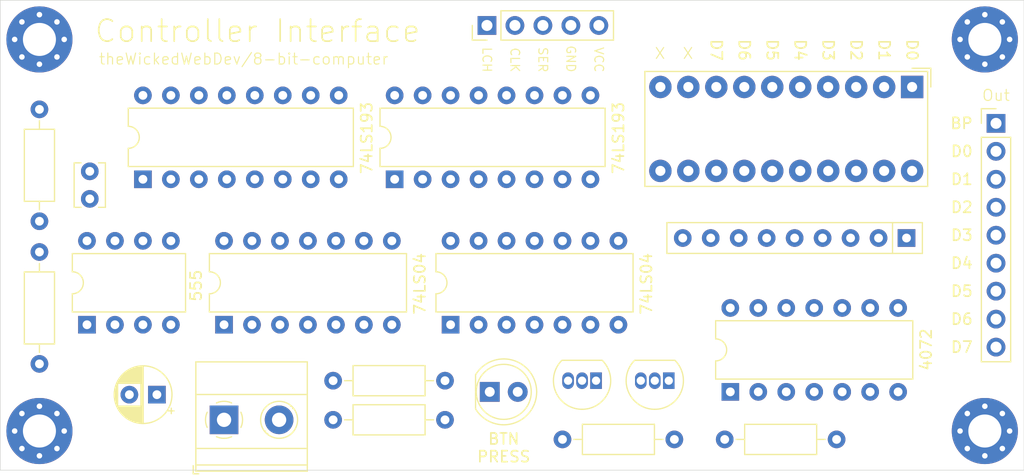
<source format=kicad_pcb>
(kicad_pcb (version 20171130) (host pcbnew "(5.1.9-0-10_14)")

  (general
    (thickness 1.6)
    (drawings 38)
    (tracks 0)
    (zones 0)
    (modules 26)
    (nets 49)
  )

  (page A4)
  (layers
    (0 F.Cu signal)
    (31 B.Cu signal)
    (32 B.Adhes user)
    (33 F.Adhes user)
    (34 B.Paste user)
    (35 F.Paste user)
    (36 B.SilkS user)
    (37 F.SilkS user)
    (38 B.Mask user)
    (39 F.Mask user)
    (40 Dwgs.User user)
    (41 Cmts.User user)
    (42 Eco1.User user)
    (43 Eco2.User user)
    (44 Edge.Cuts user)
    (45 Margin user)
    (46 B.CrtYd user)
    (47 F.CrtYd user)
    (48 B.Fab user)
    (49 F.Fab user)
  )

  (setup
    (last_trace_width 0.25)
    (trace_clearance 0.2)
    (zone_clearance 0.508)
    (zone_45_only no)
    (trace_min 0.2)
    (via_size 0.8)
    (via_drill 0.4)
    (via_min_size 0.4)
    (via_min_drill 0.3)
    (uvia_size 0.3)
    (uvia_drill 0.1)
    (uvias_allowed no)
    (uvia_min_size 0.2)
    (uvia_min_drill 0.1)
    (edge_width 0.05)
    (segment_width 0.2)
    (pcb_text_width 0.3)
    (pcb_text_size 1.5 1.5)
    (mod_edge_width 0.12)
    (mod_text_size 1 1)
    (mod_text_width 0.15)
    (pad_size 1.524 1.524)
    (pad_drill 0.762)
    (pad_to_mask_clearance 0)
    (aux_axis_origin 0 0)
    (visible_elements FFFFFF7F)
    (pcbplotparams
      (layerselection 0x010fc_ffffffff)
      (usegerberextensions false)
      (usegerberattributes true)
      (usegerberadvancedattributes true)
      (creategerberjobfile true)
      (excludeedgelayer true)
      (linewidth 0.100000)
      (plotframeref false)
      (viasonmask false)
      (mode 1)
      (useauxorigin false)
      (hpglpennumber 1)
      (hpglpenspeed 20)
      (hpglpendiameter 15.000000)
      (psnegative false)
      (psa4output false)
      (plotreference true)
      (plotvalue true)
      (plotinvisibletext false)
      (padsonsilk false)
      (subtractmaskfromsilk false)
      (outputformat 1)
      (mirror false)
      (drillshape 1)
      (scaleselection 1)
      (outputdirectory ""))
  )

  (net 0 "")
  (net 1 "Net-(BAR1-Pad20)")
  (net 2 "Net-(BAR1-Pad19)")
  (net 3 "Net-(BAR1-Pad18)")
  (net 4 "Net-(BAR1-Pad17)")
  (net 5 "Net-(BAR1-Pad9)")
  (net 6 "Net-(BAR1-Pad10)")
  (net 7 "Net-(BAR1-Pad11)")
  (net 8 "Net-(BAR1-Pad12)")
  (net 9 "Net-(BAR1-Pad16)")
  (net 10 "Net-(BAR1-Pad15)")
  (net 11 "Net-(BAR1-Pad14)")
  (net 12 "Net-(BAR1-Pad13)")
  (net 13 GND)
  (net 14 "Net-(C1-Pad1)")
  (net 15 VCC)
  (net 16 C_DATA)
  (net 17 C_CLOCK)
  (net 18 C_LATCH)
  (net 19 "Net-(R1-Pad2)")
  (net 20 "Net-(U2-Pad6)")
  (net 21 "Net-(U2-Pad13)")
  (net 22 "Net-(U2-Pad11)")
  (net 23 "Net-(U2-Pad3)")
  (net 24 "Net-(U2-Pad2)")
  (net 25 "Net-(U3-Pad9)")
  (net 26 "Net-(U1-Pad5)")
  (net 27 D7)
  (net 28 D6)
  (net 29 D5)
  (net 30 D4)
  (net 31 D3)
  (net 32 D2)
  (net 33 D1)
  (net 34 D0)
  (net 35 C_BTN_PRESS)
  (net 36 "Net-(D1-Pad1)")
  (net 37 "Net-(Q1-Pad2)")
  (net 38 "Net-(Q2-Pad2)")
  (net 39 "Net-(R3-Pad2)")
  (net 40 "Net-(R4-Pad2)")
  (net 41 "Net-(U3-Pad15)")
  (net 42 "Net-(U3-Pad7)")
  (net 43 "Net-(U3-Pad6)")
  (net 44 "Net-(U3-Pad5)")
  (net 45 "Net-(U3-Pad4)")
  (net 46 "Net-(U3-Pad3)")
  (net 47 "Net-(U3-Pad2)")
  (net 48 "Net-(U3-Pad1)")

  (net_class Default "This is the default net class."
    (clearance 0.2)
    (trace_width 0.25)
    (via_dia 0.8)
    (via_drill 0.4)
    (uvia_dia 0.3)
    (uvia_drill 0.1)
    (add_net C_BTN_PRESS)
    (add_net C_CLOCK)
    (add_net C_DATA)
    (add_net C_LATCH)
    (add_net D0)
    (add_net D1)
    (add_net D2)
    (add_net D3)
    (add_net D4)
    (add_net D5)
    (add_net D6)
    (add_net D7)
    (add_net GND)
    (add_net "Net-(BAR1-Pad10)")
    (add_net "Net-(BAR1-Pad11)")
    (add_net "Net-(BAR1-Pad12)")
    (add_net "Net-(BAR1-Pad13)")
    (add_net "Net-(BAR1-Pad14)")
    (add_net "Net-(BAR1-Pad15)")
    (add_net "Net-(BAR1-Pad16)")
    (add_net "Net-(BAR1-Pad17)")
    (add_net "Net-(BAR1-Pad18)")
    (add_net "Net-(BAR1-Pad19)")
    (add_net "Net-(BAR1-Pad20)")
    (add_net "Net-(BAR1-Pad9)")
    (add_net "Net-(C1-Pad1)")
    (add_net "Net-(D1-Pad1)")
    (add_net "Net-(Q1-Pad2)")
    (add_net "Net-(Q2-Pad2)")
    (add_net "Net-(R1-Pad2)")
    (add_net "Net-(R3-Pad2)")
    (add_net "Net-(R4-Pad2)")
    (add_net "Net-(U1-Pad5)")
    (add_net "Net-(U2-Pad11)")
    (add_net "Net-(U2-Pad13)")
    (add_net "Net-(U2-Pad2)")
    (add_net "Net-(U2-Pad3)")
    (add_net "Net-(U2-Pad6)")
    (add_net "Net-(U3-Pad1)")
    (add_net "Net-(U3-Pad15)")
    (add_net "Net-(U3-Pad2)")
    (add_net "Net-(U3-Pad3)")
    (add_net "Net-(U3-Pad4)")
    (add_net "Net-(U3-Pad5)")
    (add_net "Net-(U3-Pad6)")
    (add_net "Net-(U3-Pad7)")
    (add_net "Net-(U3-Pad9)")
    (add_net VCC)
  )

  (module MountingHole:MountingHole_3mm_Pad_Via (layer F.Cu) (tedit 56DDBED4) (tstamp 60B758B2)
    (at 99.822 43.18)
    (descr "Mounting Hole 3mm")
    (tags "mounting hole 3mm")
    (attr virtual)
    (fp_text reference REF** (at 0 -4) (layer F.SilkS) hide
      (effects (font (size 1 1) (thickness 0.15)))
    )
    (fp_text value MountingHole_3mm_Pad_Via (at 1.778 2.286) (layer F.Fab) hide
      (effects (font (size 1 1) (thickness 0.15)))
    )
    (fp_circle (center 0 0) (end 3.25 0) (layer F.CrtYd) (width 0.05))
    (fp_circle (center 0 0) (end 3 0) (layer Cmts.User) (width 0.15))
    (fp_text user %R (at 0.3 0) (layer F.Fab)
      (effects (font (size 1 1) (thickness 0.15)))
    )
    (pad 1 thru_hole circle (at 0 0) (size 6 6) (drill 3) (layers *.Cu *.Mask))
    (pad 1 thru_hole circle (at 2.25 0) (size 0.8 0.8) (drill 0.5) (layers *.Cu *.Mask))
    (pad 1 thru_hole circle (at 1.59099 1.59099) (size 0.8 0.8) (drill 0.5) (layers *.Cu *.Mask))
    (pad 1 thru_hole circle (at 0 2.25) (size 0.8 0.8) (drill 0.5) (layers *.Cu *.Mask))
    (pad 1 thru_hole circle (at -1.59099 1.59099) (size 0.8 0.8) (drill 0.5) (layers *.Cu *.Mask))
    (pad 1 thru_hole circle (at -2.25 0) (size 0.8 0.8) (drill 0.5) (layers *.Cu *.Mask))
    (pad 1 thru_hole circle (at -1.59099 -1.59099) (size 0.8 0.8) (drill 0.5) (layers *.Cu *.Mask))
    (pad 1 thru_hole circle (at 0 -2.25) (size 0.8 0.8) (drill 0.5) (layers *.Cu *.Mask))
    (pad 1 thru_hole circle (at 1.59099 -1.59099) (size 0.8 0.8) (drill 0.5) (layers *.Cu *.Mask))
  )

  (module MountingHole:MountingHole_3mm_Pad_Via (layer F.Cu) (tedit 56DDBED4) (tstamp 60B758A3)
    (at 99.822 78.74)
    (descr "Mounting Hole 3mm")
    (tags "mounting hole 3mm")
    (attr virtual)
    (fp_text reference REF** (at 0 -4) (layer F.SilkS) hide
      (effects (font (size 1 1) (thickness 0.15)))
    )
    (fp_text value MountingHole_3mm_Pad_Via (at 1.778 2.286) (layer F.Fab) hide
      (effects (font (size 1 1) (thickness 0.15)))
    )
    (fp_text user %R (at 0.3 0) (layer F.Fab)
      (effects (font (size 1 1) (thickness 0.15)))
    )
    (fp_circle (center 0 0) (end 3 0) (layer Cmts.User) (width 0.15))
    (fp_circle (center 0 0) (end 3.25 0) (layer F.CrtYd) (width 0.05))
    (pad 1 thru_hole circle (at 1.59099 -1.59099) (size 0.8 0.8) (drill 0.5) (layers *.Cu *.Mask))
    (pad 1 thru_hole circle (at 0 -2.25) (size 0.8 0.8) (drill 0.5) (layers *.Cu *.Mask))
    (pad 1 thru_hole circle (at -1.59099 -1.59099) (size 0.8 0.8) (drill 0.5) (layers *.Cu *.Mask))
    (pad 1 thru_hole circle (at -2.25 0) (size 0.8 0.8) (drill 0.5) (layers *.Cu *.Mask))
    (pad 1 thru_hole circle (at -1.59099 1.59099) (size 0.8 0.8) (drill 0.5) (layers *.Cu *.Mask))
    (pad 1 thru_hole circle (at 0 2.25) (size 0.8 0.8) (drill 0.5) (layers *.Cu *.Mask))
    (pad 1 thru_hole circle (at 1.59099 1.59099) (size 0.8 0.8) (drill 0.5) (layers *.Cu *.Mask))
    (pad 1 thru_hole circle (at 2.25 0) (size 0.8 0.8) (drill 0.5) (layers *.Cu *.Mask))
    (pad 1 thru_hole circle (at 0 0) (size 6 6) (drill 3) (layers *.Cu *.Mask))
  )

  (module MountingHole:MountingHole_3mm_Pad_Via (layer F.Cu) (tedit 56DDBED4) (tstamp 60B74F95)
    (at 185.674 78.74)
    (descr "Mounting Hole 3mm")
    (tags "mounting hole 3mm")
    (attr virtual)
    (fp_text reference REF** (at 0 -4) (layer F.SilkS) hide
      (effects (font (size 1 1) (thickness 0.15)))
    )
    (fp_text value MountingHole_3mm_Pad_Via (at 1.778 2.286) (layer F.Fab) hide
      (effects (font (size 1 1) (thickness 0.15)))
    )
    (fp_circle (center 0 0) (end 3.25 0) (layer F.CrtYd) (width 0.05))
    (fp_circle (center 0 0) (end 3 0) (layer Cmts.User) (width 0.15))
    (fp_text user %R (at 0.3 0) (layer F.Fab)
      (effects (font (size 1 1) (thickness 0.15)))
    )
    (pad 1 thru_hole circle (at 0 0) (size 6 6) (drill 3) (layers *.Cu *.Mask))
    (pad 1 thru_hole circle (at 2.25 0) (size 0.8 0.8) (drill 0.5) (layers *.Cu *.Mask))
    (pad 1 thru_hole circle (at 1.59099 1.59099) (size 0.8 0.8) (drill 0.5) (layers *.Cu *.Mask))
    (pad 1 thru_hole circle (at 0 2.25) (size 0.8 0.8) (drill 0.5) (layers *.Cu *.Mask))
    (pad 1 thru_hole circle (at -1.59099 1.59099) (size 0.8 0.8) (drill 0.5) (layers *.Cu *.Mask))
    (pad 1 thru_hole circle (at -2.25 0) (size 0.8 0.8) (drill 0.5) (layers *.Cu *.Mask))
    (pad 1 thru_hole circle (at -1.59099 -1.59099) (size 0.8 0.8) (drill 0.5) (layers *.Cu *.Mask))
    (pad 1 thru_hole circle (at 0 -2.25) (size 0.8 0.8) (drill 0.5) (layers *.Cu *.Mask))
    (pad 1 thru_hole circle (at 1.59099 -1.59099) (size 0.8 0.8) (drill 0.5) (layers *.Cu *.Mask))
  )

  (module MountingHole:MountingHole_3mm_Pad_Via (layer F.Cu) (tedit 56DDBED4) (tstamp 60B74F67)
    (at 185.674 43.18)
    (descr "Mounting Hole 3mm")
    (tags "mounting hole 3mm")
    (attr virtual)
    (fp_text reference REF** (at 0 -4) (layer F.SilkS) hide
      (effects (font (size 1 1) (thickness 0.15)))
    )
    (fp_text value MountingHole_3mm_Pad_Via (at 1.778 2.286) (layer F.Fab) hide
      (effects (font (size 1 1) (thickness 0.15)))
    )
    (fp_text user %R (at 0.3 0) (layer F.Fab)
      (effects (font (size 1 1) (thickness 0.15)))
    )
    (fp_circle (center 0 0) (end 3 0) (layer Cmts.User) (width 0.15))
    (fp_circle (center 0 0) (end 3.25 0) (layer F.CrtYd) (width 0.05))
    (pad 1 thru_hole circle (at 1.59099 -1.59099) (size 0.8 0.8) (drill 0.5) (layers *.Cu *.Mask))
    (pad 1 thru_hole circle (at 0 -2.25) (size 0.8 0.8) (drill 0.5) (layers *.Cu *.Mask))
    (pad 1 thru_hole circle (at -1.59099 -1.59099) (size 0.8 0.8) (drill 0.5) (layers *.Cu *.Mask))
    (pad 1 thru_hole circle (at -2.25 0) (size 0.8 0.8) (drill 0.5) (layers *.Cu *.Mask))
    (pad 1 thru_hole circle (at -1.59099 1.59099) (size 0.8 0.8) (drill 0.5) (layers *.Cu *.Mask))
    (pad 1 thru_hole circle (at 0 2.25) (size 0.8 0.8) (drill 0.5) (layers *.Cu *.Mask))
    (pad 1 thru_hole circle (at 1.59099 1.59099) (size 0.8 0.8) (drill 0.5) (layers *.Cu *.Mask))
    (pad 1 thru_hole circle (at 2.25 0) (size 0.8 0.8) (drill 0.5) (layers *.Cu *.Mask))
    (pad 1 thru_hole circle (at 0 0) (size 6 6) (drill 3) (layers *.Cu *.Mask))
  )

  (module Package_DIP:DIP-14_W7.62mm (layer F.Cu) (tedit 5A02E8C5) (tstamp 60B6DEF4)
    (at 137.16 69.088 90)
    (descr "14-lead though-hole mounted DIP package, row spacing 7.62 mm (300 mils)")
    (tags "THT DIP DIL PDIP 2.54mm 7.62mm 300mil")
    (path /60BE7601)
    (fp_text reference U6 (at 3.81 -2.33 90) (layer F.SilkS) hide
      (effects (font (size 1 1) (thickness 0.15)))
    )
    (fp_text value 74LS04 (at 3.81 17.57 90) (layer F.Fab) hide
      (effects (font (size 1 1) (thickness 0.15)))
    )
    (fp_text user %R (at 3.81 7.62 90) (layer F.Fab)
      (effects (font (size 1 1) (thickness 0.15)))
    )
    (fp_arc (start 3.81 -1.33) (end 2.81 -1.33) (angle -180) (layer F.SilkS) (width 0.12))
    (fp_line (start 1.635 -1.27) (end 6.985 -1.27) (layer F.Fab) (width 0.1))
    (fp_line (start 6.985 -1.27) (end 6.985 16.51) (layer F.Fab) (width 0.1))
    (fp_line (start 6.985 16.51) (end 0.635 16.51) (layer F.Fab) (width 0.1))
    (fp_line (start 0.635 16.51) (end 0.635 -0.27) (layer F.Fab) (width 0.1))
    (fp_line (start 0.635 -0.27) (end 1.635 -1.27) (layer F.Fab) (width 0.1))
    (fp_line (start 2.81 -1.33) (end 1.16 -1.33) (layer F.SilkS) (width 0.12))
    (fp_line (start 1.16 -1.33) (end 1.16 16.57) (layer F.SilkS) (width 0.12))
    (fp_line (start 1.16 16.57) (end 6.46 16.57) (layer F.SilkS) (width 0.12))
    (fp_line (start 6.46 16.57) (end 6.46 -1.33) (layer F.SilkS) (width 0.12))
    (fp_line (start 6.46 -1.33) (end 4.81 -1.33) (layer F.SilkS) (width 0.12))
    (fp_line (start -1.1 -1.55) (end -1.1 16.8) (layer F.CrtYd) (width 0.05))
    (fp_line (start -1.1 16.8) (end 8.7 16.8) (layer F.CrtYd) (width 0.05))
    (fp_line (start 8.7 16.8) (end 8.7 -1.55) (layer F.CrtYd) (width 0.05))
    (fp_line (start 8.7 -1.55) (end -1.1 -1.55) (layer F.CrtYd) (width 0.05))
    (pad 14 thru_hole oval (at 7.62 0 90) (size 1.6 1.6) (drill 0.8) (layers *.Cu *.Mask)
      (net 15 VCC))
    (pad 7 thru_hole oval (at 0 15.24 90) (size 1.6 1.6) (drill 0.8) (layers *.Cu *.Mask)
      (net 13 GND))
    (pad 13 thru_hole oval (at 7.62 2.54 90) (size 1.6 1.6) (drill 0.8) (layers *.Cu *.Mask))
    (pad 6 thru_hole oval (at 0 12.7 90) (size 1.6 1.6) (drill 0.8) (layers *.Cu *.Mask))
    (pad 12 thru_hole oval (at 7.62 5.08 90) (size 1.6 1.6) (drill 0.8) (layers *.Cu *.Mask))
    (pad 5 thru_hole oval (at 0 10.16 90) (size 1.6 1.6) (drill 0.8) (layers *.Cu *.Mask))
    (pad 11 thru_hole oval (at 7.62 7.62 90) (size 1.6 1.6) (drill 0.8) (layers *.Cu *.Mask))
    (pad 4 thru_hole oval (at 0 7.62 90) (size 1.6 1.6) (drill 0.8) (layers *.Cu *.Mask)
      (net 27 D7))
    (pad 10 thru_hole oval (at 7.62 10.16 90) (size 1.6 1.6) (drill 0.8) (layers *.Cu *.Mask))
    (pad 3 thru_hole oval (at 0 5.08 90) (size 1.6 1.6) (drill 0.8) (layers *.Cu *.Mask)
      (net 42 "Net-(U3-Pad7)"))
    (pad 9 thru_hole oval (at 7.62 12.7 90) (size 1.6 1.6) (drill 0.8) (layers *.Cu *.Mask))
    (pad 2 thru_hole oval (at 0 2.54 90) (size 1.6 1.6) (drill 0.8) (layers *.Cu *.Mask)
      (net 28 D6))
    (pad 8 thru_hole oval (at 7.62 15.24 90) (size 1.6 1.6) (drill 0.8) (layers *.Cu *.Mask))
    (pad 1 thru_hole rect (at 0 0 90) (size 1.6 1.6) (drill 0.8) (layers *.Cu *.Mask)
      (net 43 "Net-(U3-Pad6)"))
    (model ${KISYS3DMOD}/Package_DIP.3dshapes/DIP-14_W7.62mm.wrl
      (at (xyz 0 0 0))
      (scale (xyz 1 1 1))
      (rotate (xyz 0 0 0))
    )
  )

  (module Package_DIP:DIP-14_W7.62mm (layer F.Cu) (tedit 5A02E8C5) (tstamp 60B75DB7)
    (at 116.586 69.088 90)
    (descr "14-lead though-hole mounted DIP package, row spacing 7.62 mm (300 mils)")
    (tags "THT DIP DIL PDIP 2.54mm 7.62mm 300mil")
    (path /60BDE0E6)
    (fp_text reference U5 (at 3.81 -2.33 90) (layer F.SilkS) hide
      (effects (font (size 1 1) (thickness 0.15)))
    )
    (fp_text value 74LS04 (at 3.81 17.57 90) (layer F.Fab) hide
      (effects (font (size 1 1) (thickness 0.15)))
    )
    (fp_text user %R (at 3.81 7.62 90) (layer F.Fab)
      (effects (font (size 1 1) (thickness 0.15)))
    )
    (fp_arc (start 3.81 -1.33) (end 2.81 -1.33) (angle -180) (layer F.SilkS) (width 0.12))
    (fp_line (start 1.635 -1.27) (end 6.985 -1.27) (layer F.Fab) (width 0.1))
    (fp_line (start 6.985 -1.27) (end 6.985 16.51) (layer F.Fab) (width 0.1))
    (fp_line (start 6.985 16.51) (end 0.635 16.51) (layer F.Fab) (width 0.1))
    (fp_line (start 0.635 16.51) (end 0.635 -0.27) (layer F.Fab) (width 0.1))
    (fp_line (start 0.635 -0.27) (end 1.635 -1.27) (layer F.Fab) (width 0.1))
    (fp_line (start 2.81 -1.33) (end 1.16 -1.33) (layer F.SilkS) (width 0.12))
    (fp_line (start 1.16 -1.33) (end 1.16 16.57) (layer F.SilkS) (width 0.12))
    (fp_line (start 1.16 16.57) (end 6.46 16.57) (layer F.SilkS) (width 0.12))
    (fp_line (start 6.46 16.57) (end 6.46 -1.33) (layer F.SilkS) (width 0.12))
    (fp_line (start 6.46 -1.33) (end 4.81 -1.33) (layer F.SilkS) (width 0.12))
    (fp_line (start -1.1 -1.55) (end -1.1 16.8) (layer F.CrtYd) (width 0.05))
    (fp_line (start -1.1 16.8) (end 8.7 16.8) (layer F.CrtYd) (width 0.05))
    (fp_line (start 8.7 16.8) (end 8.7 -1.55) (layer F.CrtYd) (width 0.05))
    (fp_line (start 8.7 -1.55) (end -1.1 -1.55) (layer F.CrtYd) (width 0.05))
    (pad 14 thru_hole oval (at 7.62 0 90) (size 1.6 1.6) (drill 0.8) (layers *.Cu *.Mask)
      (net 15 VCC))
    (pad 7 thru_hole oval (at 0 15.24 90) (size 1.6 1.6) (drill 0.8) (layers *.Cu *.Mask)
      (net 13 GND))
    (pad 13 thru_hole oval (at 7.62 2.54 90) (size 1.6 1.6) (drill 0.8) (layers *.Cu *.Mask)
      (net 44 "Net-(U3-Pad5)"))
    (pad 6 thru_hole oval (at 0 12.7 90) (size 1.6 1.6) (drill 0.8) (layers *.Cu *.Mask)
      (net 32 D2))
    (pad 12 thru_hole oval (at 7.62 5.08 90) (size 1.6 1.6) (drill 0.8) (layers *.Cu *.Mask)
      (net 29 D5))
    (pad 5 thru_hole oval (at 0 10.16 90) (size 1.6 1.6) (drill 0.8) (layers *.Cu *.Mask)
      (net 47 "Net-(U3-Pad2)"))
    (pad 11 thru_hole oval (at 7.62 7.62 90) (size 1.6 1.6) (drill 0.8) (layers *.Cu *.Mask)
      (net 45 "Net-(U3-Pad4)"))
    (pad 4 thru_hole oval (at 0 7.62 90) (size 1.6 1.6) (drill 0.8) (layers *.Cu *.Mask)
      (net 33 D1))
    (pad 10 thru_hole oval (at 7.62 10.16 90) (size 1.6 1.6) (drill 0.8) (layers *.Cu *.Mask)
      (net 30 D4))
    (pad 3 thru_hole oval (at 0 5.08 90) (size 1.6 1.6) (drill 0.8) (layers *.Cu *.Mask)
      (net 48 "Net-(U3-Pad1)"))
    (pad 9 thru_hole oval (at 7.62 12.7 90) (size 1.6 1.6) (drill 0.8) (layers *.Cu *.Mask)
      (net 46 "Net-(U3-Pad3)"))
    (pad 2 thru_hole oval (at 0 2.54 90) (size 1.6 1.6) (drill 0.8) (layers *.Cu *.Mask)
      (net 34 D0))
    (pad 8 thru_hole oval (at 7.62 15.24 90) (size 1.6 1.6) (drill 0.8) (layers *.Cu *.Mask)
      (net 31 D3))
    (pad 1 thru_hole rect (at 0 0 90) (size 1.6 1.6) (drill 0.8) (layers *.Cu *.Mask)
      (net 41 "Net-(U3-Pad15)"))
    (model ${KISYS3DMOD}/Package_DIP.3dshapes/DIP-14_W7.62mm.wrl
      (at (xyz 0 0 0))
      (scale (xyz 1 1 1))
      (rotate (xyz 0 0 0))
    )
  )

  (module Package_DIP:DIP-14_W7.62mm (layer F.Cu) (tedit 5A02E8C5) (tstamp 60B6DEB0)
    (at 162.56 75.184 90)
    (descr "14-lead though-hole mounted DIP package, row spacing 7.62 mm (300 mils)")
    (tags "THT DIP DIL PDIP 2.54mm 7.62mm 300mil")
    (path /60C917CC)
    (fp_text reference U4 (at 3.81 -2.33 90) (layer F.SilkS) hide
      (effects (font (size 1 1) (thickness 0.15)))
    )
    (fp_text value 4072 (at 3.81 17.57 90) (layer F.Fab) hide
      (effects (font (size 1 1) (thickness 0.15)))
    )
    (fp_text user %R (at 3.81 7.62 90) (layer F.Fab)
      (effects (font (size 1 1) (thickness 0.15)))
    )
    (fp_arc (start 3.81 -1.33) (end 2.81 -1.33) (angle -180) (layer F.SilkS) (width 0.12))
    (fp_line (start 1.635 -1.27) (end 6.985 -1.27) (layer F.Fab) (width 0.1))
    (fp_line (start 6.985 -1.27) (end 6.985 16.51) (layer F.Fab) (width 0.1))
    (fp_line (start 6.985 16.51) (end 0.635 16.51) (layer F.Fab) (width 0.1))
    (fp_line (start 0.635 16.51) (end 0.635 -0.27) (layer F.Fab) (width 0.1))
    (fp_line (start 0.635 -0.27) (end 1.635 -1.27) (layer F.Fab) (width 0.1))
    (fp_line (start 2.81 -1.33) (end 1.16 -1.33) (layer F.SilkS) (width 0.12))
    (fp_line (start 1.16 -1.33) (end 1.16 16.57) (layer F.SilkS) (width 0.12))
    (fp_line (start 1.16 16.57) (end 6.46 16.57) (layer F.SilkS) (width 0.12))
    (fp_line (start 6.46 16.57) (end 6.46 -1.33) (layer F.SilkS) (width 0.12))
    (fp_line (start 6.46 -1.33) (end 4.81 -1.33) (layer F.SilkS) (width 0.12))
    (fp_line (start -1.1 -1.55) (end -1.1 16.8) (layer F.CrtYd) (width 0.05))
    (fp_line (start -1.1 16.8) (end 8.7 16.8) (layer F.CrtYd) (width 0.05))
    (fp_line (start 8.7 16.8) (end 8.7 -1.55) (layer F.CrtYd) (width 0.05))
    (fp_line (start 8.7 -1.55) (end -1.1 -1.55) (layer F.CrtYd) (width 0.05))
    (pad 14 thru_hole oval (at 7.62 0 90) (size 1.6 1.6) (drill 0.8) (layers *.Cu *.Mask)
      (net 15 VCC))
    (pad 7 thru_hole oval (at 0 15.24 90) (size 1.6 1.6) (drill 0.8) (layers *.Cu *.Mask)
      (net 13 GND))
    (pad 13 thru_hole oval (at 7.62 2.54 90) (size 1.6 1.6) (drill 0.8) (layers *.Cu *.Mask)
      (net 40 "Net-(R4-Pad2)"))
    (pad 6 thru_hole oval (at 0 12.7 90) (size 1.6 1.6) (drill 0.8) (layers *.Cu *.Mask))
    (pad 12 thru_hole oval (at 7.62 5.08 90) (size 1.6 1.6) (drill 0.8) (layers *.Cu *.Mask)
      (net 34 D0))
    (pad 5 thru_hole oval (at 0 10.16 90) (size 1.6 1.6) (drill 0.8) (layers *.Cu *.Mask)
      (net 30 D4))
    (pad 11 thru_hole oval (at 7.62 7.62 90) (size 1.6 1.6) (drill 0.8) (layers *.Cu *.Mask)
      (net 33 D1))
    (pad 4 thru_hole oval (at 0 7.62 90) (size 1.6 1.6) (drill 0.8) (layers *.Cu *.Mask)
      (net 29 D5))
    (pad 10 thru_hole oval (at 7.62 10.16 90) (size 1.6 1.6) (drill 0.8) (layers *.Cu *.Mask)
      (net 32 D2))
    (pad 3 thru_hole oval (at 0 5.08 90) (size 1.6 1.6) (drill 0.8) (layers *.Cu *.Mask)
      (net 28 D6))
    (pad 9 thru_hole oval (at 7.62 12.7 90) (size 1.6 1.6) (drill 0.8) (layers *.Cu *.Mask)
      (net 31 D3))
    (pad 2 thru_hole oval (at 0 2.54 90) (size 1.6 1.6) (drill 0.8) (layers *.Cu *.Mask)
      (net 27 D7))
    (pad 8 thru_hole oval (at 7.62 15.24 90) (size 1.6 1.6) (drill 0.8) (layers *.Cu *.Mask))
    (pad 1 thru_hole rect (at 0 0 90) (size 1.6 1.6) (drill 0.8) (layers *.Cu *.Mask)
      (net 39 "Net-(R3-Pad2)"))
    (model ${KISYS3DMOD}/Package_DIP.3dshapes/DIP-14_W7.62mm.wrl
      (at (xyz 0 0 0))
      (scale (xyz 1 1 1))
      (rotate (xyz 0 0 0))
    )
  )

  (module Package_DIP:DIP-16_W7.62mm (layer F.Cu) (tedit 5A02E8C5) (tstamp 60B6DE8E)
    (at 132.08 55.88 90)
    (descr "16-lead though-hole mounted DIP package, row spacing 7.62 mm (300 mils)")
    (tags "THT DIP DIL PDIP 2.54mm 7.62mm 300mil")
    (path /60B6BBBE)
    (fp_text reference U3 (at 3.81 -2.33 90) (layer F.SilkS) hide
      (effects (font (size 1 1) (thickness 0.15)))
    )
    (fp_text value 74HC595 (at 3.81 20.11 90) (layer F.Fab) hide
      (effects (font (size 1 1) (thickness 0.15)))
    )
    (fp_text user %R (at 3.81 8.89 90) (layer F.Fab)
      (effects (font (size 1 1) (thickness 0.15)))
    )
    (fp_arc (start 3.81 -1.33) (end 2.81 -1.33) (angle -180) (layer F.SilkS) (width 0.12))
    (fp_line (start 1.635 -1.27) (end 6.985 -1.27) (layer F.Fab) (width 0.1))
    (fp_line (start 6.985 -1.27) (end 6.985 19.05) (layer F.Fab) (width 0.1))
    (fp_line (start 6.985 19.05) (end 0.635 19.05) (layer F.Fab) (width 0.1))
    (fp_line (start 0.635 19.05) (end 0.635 -0.27) (layer F.Fab) (width 0.1))
    (fp_line (start 0.635 -0.27) (end 1.635 -1.27) (layer F.Fab) (width 0.1))
    (fp_line (start 2.81 -1.33) (end 1.16 -1.33) (layer F.SilkS) (width 0.12))
    (fp_line (start 1.16 -1.33) (end 1.16 19.11) (layer F.SilkS) (width 0.12))
    (fp_line (start 1.16 19.11) (end 6.46 19.11) (layer F.SilkS) (width 0.12))
    (fp_line (start 6.46 19.11) (end 6.46 -1.33) (layer F.SilkS) (width 0.12))
    (fp_line (start 6.46 -1.33) (end 4.81 -1.33) (layer F.SilkS) (width 0.12))
    (fp_line (start -1.1 -1.55) (end -1.1 19.3) (layer F.CrtYd) (width 0.05))
    (fp_line (start -1.1 19.3) (end 8.7 19.3) (layer F.CrtYd) (width 0.05))
    (fp_line (start 8.7 19.3) (end 8.7 -1.55) (layer F.CrtYd) (width 0.05))
    (fp_line (start 8.7 -1.55) (end -1.1 -1.55) (layer F.CrtYd) (width 0.05))
    (pad 16 thru_hole oval (at 7.62 0 90) (size 1.6 1.6) (drill 0.8) (layers *.Cu *.Mask)
      (net 15 VCC))
    (pad 8 thru_hole oval (at 0 17.78 90) (size 1.6 1.6) (drill 0.8) (layers *.Cu *.Mask)
      (net 13 GND))
    (pad 15 thru_hole oval (at 7.62 2.54 90) (size 1.6 1.6) (drill 0.8) (layers *.Cu *.Mask)
      (net 41 "Net-(U3-Pad15)"))
    (pad 7 thru_hole oval (at 0 15.24 90) (size 1.6 1.6) (drill 0.8) (layers *.Cu *.Mask)
      (net 42 "Net-(U3-Pad7)"))
    (pad 14 thru_hole oval (at 7.62 5.08 90) (size 1.6 1.6) (drill 0.8) (layers *.Cu *.Mask)
      (net 16 C_DATA))
    (pad 6 thru_hole oval (at 0 12.7 90) (size 1.6 1.6) (drill 0.8) (layers *.Cu *.Mask)
      (net 43 "Net-(U3-Pad6)"))
    (pad 13 thru_hole oval (at 7.62 7.62 90) (size 1.6 1.6) (drill 0.8) (layers *.Cu *.Mask)
      (net 13 GND))
    (pad 5 thru_hole oval (at 0 10.16 90) (size 1.6 1.6) (drill 0.8) (layers *.Cu *.Mask)
      (net 44 "Net-(U3-Pad5)"))
    (pad 12 thru_hole oval (at 7.62 10.16 90) (size 1.6 1.6) (drill 0.8) (layers *.Cu *.Mask)
      (net 18 C_LATCH))
    (pad 4 thru_hole oval (at 0 7.62 90) (size 1.6 1.6) (drill 0.8) (layers *.Cu *.Mask)
      (net 45 "Net-(U3-Pad4)"))
    (pad 11 thru_hole oval (at 7.62 12.7 90) (size 1.6 1.6) (drill 0.8) (layers *.Cu *.Mask)
      (net 17 C_CLOCK))
    (pad 3 thru_hole oval (at 0 5.08 90) (size 1.6 1.6) (drill 0.8) (layers *.Cu *.Mask)
      (net 46 "Net-(U3-Pad3)"))
    (pad 10 thru_hole oval (at 7.62 15.24 90) (size 1.6 1.6) (drill 0.8) (layers *.Cu *.Mask)
      (net 18 C_LATCH))
    (pad 2 thru_hole oval (at 0 2.54 90) (size 1.6 1.6) (drill 0.8) (layers *.Cu *.Mask)
      (net 47 "Net-(U3-Pad2)"))
    (pad 9 thru_hole oval (at 7.62 17.78 90) (size 1.6 1.6) (drill 0.8) (layers *.Cu *.Mask)
      (net 25 "Net-(U3-Pad9)"))
    (pad 1 thru_hole rect (at 0 0 90) (size 1.6 1.6) (drill 0.8) (layers *.Cu *.Mask)
      (net 48 "Net-(U3-Pad1)"))
    (model ${KISYS3DMOD}/Package_DIP.3dshapes/DIP-16_W7.62mm.wrl
      (at (xyz 0 0 0))
      (scale (xyz 1 1 1))
      (rotate (xyz 0 0 0))
    )
  )

  (module Package_DIP:DIP-16_W7.62mm (layer F.Cu) (tedit 5A02E8C5) (tstamp 60B6DE6A)
    (at 109.22 55.88 90)
    (descr "16-lead though-hole mounted DIP package, row spacing 7.62 mm (300 mils)")
    (tags "THT DIP DIL PDIP 2.54mm 7.62mm 300mil")
    (path /60B6AFB2)
    (fp_text reference U2 (at 9.652 8.89 180) (layer F.SilkS) hide
      (effects (font (size 1 1) (thickness 0.15)))
    )
    (fp_text value 74LS193 (at 3.81 20.11 90) (layer F.Fab) hide
      (effects (font (size 1 1) (thickness 0.15)))
    )
    (fp_text user %R (at 3.81 8.89 90) (layer F.Fab)
      (effects (font (size 1 1) (thickness 0.15)))
    )
    (fp_arc (start 3.81 -1.33) (end 2.81 -1.33) (angle -180) (layer F.SilkS) (width 0.12))
    (fp_line (start 1.635 -1.27) (end 6.985 -1.27) (layer F.Fab) (width 0.1))
    (fp_line (start 6.985 -1.27) (end 6.985 19.05) (layer F.Fab) (width 0.1))
    (fp_line (start 6.985 19.05) (end 0.635 19.05) (layer F.Fab) (width 0.1))
    (fp_line (start 0.635 19.05) (end 0.635 -0.27) (layer F.Fab) (width 0.1))
    (fp_line (start 0.635 -0.27) (end 1.635 -1.27) (layer F.Fab) (width 0.1))
    (fp_line (start 2.81 -1.33) (end 1.16 -1.33) (layer F.SilkS) (width 0.12))
    (fp_line (start 1.16 -1.33) (end 1.16 19.11) (layer F.SilkS) (width 0.12))
    (fp_line (start 1.16 19.11) (end 6.46 19.11) (layer F.SilkS) (width 0.12))
    (fp_line (start 6.46 19.11) (end 6.46 -1.33) (layer F.SilkS) (width 0.12))
    (fp_line (start 6.46 -1.33) (end 4.81 -1.33) (layer F.SilkS) (width 0.12))
    (fp_line (start -1.1 -1.55) (end -1.1 19.3) (layer F.CrtYd) (width 0.05))
    (fp_line (start -1.1 19.3) (end 8.7 19.3) (layer F.CrtYd) (width 0.05))
    (fp_line (start 8.7 19.3) (end 8.7 -1.55) (layer F.CrtYd) (width 0.05))
    (fp_line (start 8.7 -1.55) (end -1.1 -1.55) (layer F.CrtYd) (width 0.05))
    (pad 16 thru_hole oval (at 7.62 0 90) (size 1.6 1.6) (drill 0.8) (layers *.Cu *.Mask)
      (net 15 VCC))
    (pad 8 thru_hole oval (at 0 17.78 90) (size 1.6 1.6) (drill 0.8) (layers *.Cu *.Mask)
      (net 13 GND))
    (pad 15 thru_hole oval (at 7.62 2.54 90) (size 1.6 1.6) (drill 0.8) (layers *.Cu *.Mask)
      (net 13 GND))
    (pad 7 thru_hole oval (at 0 15.24 90) (size 1.6 1.6) (drill 0.8) (layers *.Cu *.Mask)
      (net 18 C_LATCH))
    (pad 14 thru_hole oval (at 7.62 5.08 90) (size 1.6 1.6) (drill 0.8) (layers *.Cu *.Mask)
      (net 13 GND))
    (pad 6 thru_hole oval (at 0 12.7 90) (size 1.6 1.6) (drill 0.8) (layers *.Cu *.Mask)
      (net 20 "Net-(U2-Pad6)"))
    (pad 13 thru_hole oval (at 7.62 7.62 90) (size 1.6 1.6) (drill 0.8) (layers *.Cu *.Mask)
      (net 21 "Net-(U2-Pad13)"))
    (pad 5 thru_hole oval (at 0 10.16 90) (size 1.6 1.6) (drill 0.8) (layers *.Cu *.Mask)
      (net 17 C_CLOCK))
    (pad 12 thru_hole oval (at 7.62 10.16 90) (size 1.6 1.6) (drill 0.8) (layers *.Cu *.Mask)
      (net 22 "Net-(U2-Pad11)"))
    (pad 4 thru_hole oval (at 0 7.62 90) (size 1.6 1.6) (drill 0.8) (layers *.Cu *.Mask)
      (net 15 VCC))
    (pad 11 thru_hole oval (at 7.62 12.7 90) (size 1.6 1.6) (drill 0.8) (layers *.Cu *.Mask)
      (net 22 "Net-(U2-Pad11)"))
    (pad 3 thru_hole oval (at 0 5.08 90) (size 1.6 1.6) (drill 0.8) (layers *.Cu *.Mask)
      (net 23 "Net-(U2-Pad3)"))
    (pad 10 thru_hole oval (at 7.62 15.24 90) (size 1.6 1.6) (drill 0.8) (layers *.Cu *.Mask)
      (net 13 GND))
    (pad 2 thru_hole oval (at 0 2.54 90) (size 1.6 1.6) (drill 0.8) (layers *.Cu *.Mask)
      (net 24 "Net-(U2-Pad2)"))
    (pad 9 thru_hole oval (at 7.62 17.78 90) (size 1.6 1.6) (drill 0.8) (layers *.Cu *.Mask)
      (net 13 GND))
    (pad 1 thru_hole rect (at 0 0 90) (size 1.6 1.6) (drill 0.8) (layers *.Cu *.Mask)
      (net 13 GND))
    (model ${KISYS3DMOD}/Package_DIP.3dshapes/DIP-16_W7.62mm.wrl
      (at (xyz 0 0 0))
      (scale (xyz 1 1 1))
      (rotate (xyz 0 0 0))
    )
  )

  (module Package_DIP:DIP-8_W7.62mm (layer F.Cu) (tedit 5A02E8C5) (tstamp 60B6DE46)
    (at 104.14 69.088 90)
    (descr "8-lead though-hole mounted DIP package, row spacing 7.62 mm (300 mils)")
    (tags "THT DIP DIL PDIP 2.54mm 7.62mm 300mil")
    (path /60B6D174)
    (fp_text reference U1 (at 3.81 -2.33 90) (layer F.SilkS) hide
      (effects (font (size 1 1) (thickness 0.15)))
    )
    (fp_text value LM555xN (at 3.81 9.95 90) (layer F.Fab) hide
      (effects (font (size 1 1) (thickness 0.15)))
    )
    (fp_text user %R (at 3.81 3.81 90) (layer F.Fab)
      (effects (font (size 1 1) (thickness 0.15)))
    )
    (fp_arc (start 3.81 -1.33) (end 2.81 -1.33) (angle -180) (layer F.SilkS) (width 0.12))
    (fp_line (start 1.635 -1.27) (end 6.985 -1.27) (layer F.Fab) (width 0.1))
    (fp_line (start 6.985 -1.27) (end 6.985 8.89) (layer F.Fab) (width 0.1))
    (fp_line (start 6.985 8.89) (end 0.635 8.89) (layer F.Fab) (width 0.1))
    (fp_line (start 0.635 8.89) (end 0.635 -0.27) (layer F.Fab) (width 0.1))
    (fp_line (start 0.635 -0.27) (end 1.635 -1.27) (layer F.Fab) (width 0.1))
    (fp_line (start 2.81 -1.33) (end 1.16 -1.33) (layer F.SilkS) (width 0.12))
    (fp_line (start 1.16 -1.33) (end 1.16 8.95) (layer F.SilkS) (width 0.12))
    (fp_line (start 1.16 8.95) (end 6.46 8.95) (layer F.SilkS) (width 0.12))
    (fp_line (start 6.46 8.95) (end 6.46 -1.33) (layer F.SilkS) (width 0.12))
    (fp_line (start 6.46 -1.33) (end 4.81 -1.33) (layer F.SilkS) (width 0.12))
    (fp_line (start -1.1 -1.55) (end -1.1 9.15) (layer F.CrtYd) (width 0.05))
    (fp_line (start -1.1 9.15) (end 8.7 9.15) (layer F.CrtYd) (width 0.05))
    (fp_line (start 8.7 9.15) (end 8.7 -1.55) (layer F.CrtYd) (width 0.05))
    (fp_line (start 8.7 -1.55) (end -1.1 -1.55) (layer F.CrtYd) (width 0.05))
    (pad 8 thru_hole oval (at 7.62 0 90) (size 1.6 1.6) (drill 0.8) (layers *.Cu *.Mask)
      (net 15 VCC))
    (pad 4 thru_hole oval (at 0 7.62 90) (size 1.6 1.6) (drill 0.8) (layers *.Cu *.Mask)
      (net 15 VCC))
    (pad 7 thru_hole oval (at 7.62 2.54 90) (size 1.6 1.6) (drill 0.8) (layers *.Cu *.Mask)
      (net 19 "Net-(R1-Pad2)"))
    (pad 3 thru_hole oval (at 0 5.08 90) (size 1.6 1.6) (drill 0.8) (layers *.Cu *.Mask)
      (net 17 C_CLOCK))
    (pad 6 thru_hole oval (at 7.62 5.08 90) (size 1.6 1.6) (drill 0.8) (layers *.Cu *.Mask)
      (net 14 "Net-(C1-Pad1)"))
    (pad 2 thru_hole oval (at 0 2.54 90) (size 1.6 1.6) (drill 0.8) (layers *.Cu *.Mask)
      (net 14 "Net-(C1-Pad1)"))
    (pad 5 thru_hole oval (at 7.62 7.62 90) (size 1.6 1.6) (drill 0.8) (layers *.Cu *.Mask)
      (net 26 "Net-(U1-Pad5)"))
    (pad 1 thru_hole rect (at 0 0 90) (size 1.6 1.6) (drill 0.8) (layers *.Cu *.Mask)
      (net 13 GND))
    (model ${KISYS3DMOD}/Package_DIP.3dshapes/DIP-8_W7.62mm.wrl
      (at (xyz 0 0 0))
      (scale (xyz 1 1 1))
      (rotate (xyz 0 0 0))
    )
  )

  (module Resistor_THT:R_Array_SIP9 (layer F.Cu) (tedit 5A14249F) (tstamp 60B6DE2A)
    (at 178.562 61.214 180)
    (descr "9-pin Resistor SIP pack")
    (tags R)
    (path /60B762E8)
    (fp_text reference RN1 (at 11.43 -2.4) (layer F.SilkS) hide
      (effects (font (size 1 1) (thickness 0.15)))
    )
    (fp_text value R_Network08_US (at 11.43 2.4) (layer F.Fab) hide
      (effects (font (size 1 1) (thickness 0.15)))
    )
    (fp_text user %R (at 10.16 0) (layer F.Fab)
      (effects (font (size 1 1) (thickness 0.15)))
    )
    (fp_line (start -1.29 -1.25) (end -1.29 1.25) (layer F.Fab) (width 0.1))
    (fp_line (start -1.29 1.25) (end 21.61 1.25) (layer F.Fab) (width 0.1))
    (fp_line (start 21.61 1.25) (end 21.61 -1.25) (layer F.Fab) (width 0.1))
    (fp_line (start 21.61 -1.25) (end -1.29 -1.25) (layer F.Fab) (width 0.1))
    (fp_line (start 1.27 -1.25) (end 1.27 1.25) (layer F.Fab) (width 0.1))
    (fp_line (start -1.44 -1.4) (end -1.44 1.4) (layer F.SilkS) (width 0.12))
    (fp_line (start -1.44 1.4) (end 21.76 1.4) (layer F.SilkS) (width 0.12))
    (fp_line (start 21.76 1.4) (end 21.76 -1.4) (layer F.SilkS) (width 0.12))
    (fp_line (start 21.76 -1.4) (end -1.44 -1.4) (layer F.SilkS) (width 0.12))
    (fp_line (start 1.27 -1.4) (end 1.27 1.4) (layer F.SilkS) (width 0.12))
    (fp_line (start -1.7 -1.65) (end -1.7 1.65) (layer F.CrtYd) (width 0.05))
    (fp_line (start -1.7 1.65) (end 22.05 1.65) (layer F.CrtYd) (width 0.05))
    (fp_line (start 22.05 1.65) (end 22.05 -1.65) (layer F.CrtYd) (width 0.05))
    (fp_line (start 22.05 -1.65) (end -1.7 -1.65) (layer F.CrtYd) (width 0.05))
    (pad 9 thru_hole oval (at 20.32 0 180) (size 1.6 1.6) (drill 0.8) (layers *.Cu *.Mask)
      (net 12 "Net-(BAR1-Pad13)"))
    (pad 8 thru_hole oval (at 17.78 0 180) (size 1.6 1.6) (drill 0.8) (layers *.Cu *.Mask)
      (net 11 "Net-(BAR1-Pad14)"))
    (pad 7 thru_hole oval (at 15.24 0 180) (size 1.6 1.6) (drill 0.8) (layers *.Cu *.Mask)
      (net 10 "Net-(BAR1-Pad15)"))
    (pad 6 thru_hole oval (at 12.7 0 180) (size 1.6 1.6) (drill 0.8) (layers *.Cu *.Mask)
      (net 9 "Net-(BAR1-Pad16)"))
    (pad 5 thru_hole oval (at 10.16 0 180) (size 1.6 1.6) (drill 0.8) (layers *.Cu *.Mask)
      (net 4 "Net-(BAR1-Pad17)"))
    (pad 4 thru_hole oval (at 7.62 0 180) (size 1.6 1.6) (drill 0.8) (layers *.Cu *.Mask)
      (net 3 "Net-(BAR1-Pad18)"))
    (pad 3 thru_hole oval (at 5.08 0 180) (size 1.6 1.6) (drill 0.8) (layers *.Cu *.Mask)
      (net 2 "Net-(BAR1-Pad19)"))
    (pad 2 thru_hole oval (at 2.54 0 180) (size 1.6 1.6) (drill 0.8) (layers *.Cu *.Mask)
      (net 1 "Net-(BAR1-Pad20)"))
    (pad 1 thru_hole rect (at 0 0 180) (size 1.6 1.6) (drill 0.8) (layers *.Cu *.Mask)
      (net 13 GND))
    (model ${KISYS3DMOD}/Resistor_THT.3dshapes/R_Array_SIP9.wrl
      (at (xyz 0 0 0))
      (scale (xyz 1 1 1))
      (rotate (xyz 0 0 0))
    )
  )

  (module Resistor_THT:R_Axial_DIN0207_L6.3mm_D2.5mm_P10.16mm_Horizontal (layer F.Cu) (tedit 5AE5139B) (tstamp 60B75174)
    (at 126.492 74.168)
    (descr "Resistor, Axial_DIN0207 series, Axial, Horizontal, pin pitch=10.16mm, 0.25W = 1/4W, length*diameter=6.3*2.5mm^2, http://cdn-reichelt.de/documents/datenblatt/B400/1_4W%23YAG.pdf")
    (tags "Resistor Axial_DIN0207 series Axial Horizontal pin pitch 10.16mm 0.25W = 1/4W length 6.3mm diameter 2.5mm")
    (path /60DEB7B7)
    (fp_text reference R6 (at 5.08 -2.37) (layer F.SilkS) hide
      (effects (font (size 1 1) (thickness 0.15)))
    )
    (fp_text value R_Small_US (at 5.08 2.37) (layer F.Fab) hide
      (effects (font (size 1 1) (thickness 0.15)))
    )
    (fp_text user %R (at 5.08 0) (layer F.Fab)
      (effects (font (size 1 1) (thickness 0.15)))
    )
    (fp_line (start 1.93 -1.25) (end 1.93 1.25) (layer F.Fab) (width 0.1))
    (fp_line (start 1.93 1.25) (end 8.23 1.25) (layer F.Fab) (width 0.1))
    (fp_line (start 8.23 1.25) (end 8.23 -1.25) (layer F.Fab) (width 0.1))
    (fp_line (start 8.23 -1.25) (end 1.93 -1.25) (layer F.Fab) (width 0.1))
    (fp_line (start 0 0) (end 1.93 0) (layer F.Fab) (width 0.1))
    (fp_line (start 10.16 0) (end 8.23 0) (layer F.Fab) (width 0.1))
    (fp_line (start 1.81 -1.37) (end 1.81 1.37) (layer F.SilkS) (width 0.12))
    (fp_line (start 1.81 1.37) (end 8.35 1.37) (layer F.SilkS) (width 0.12))
    (fp_line (start 8.35 1.37) (end 8.35 -1.37) (layer F.SilkS) (width 0.12))
    (fp_line (start 8.35 -1.37) (end 1.81 -1.37) (layer F.SilkS) (width 0.12))
    (fp_line (start 1.04 0) (end 1.81 0) (layer F.SilkS) (width 0.12))
    (fp_line (start 9.12 0) (end 8.35 0) (layer F.SilkS) (width 0.12))
    (fp_line (start -1.05 -1.5) (end -1.05 1.5) (layer F.CrtYd) (width 0.05))
    (fp_line (start -1.05 1.5) (end 11.21 1.5) (layer F.CrtYd) (width 0.05))
    (fp_line (start 11.21 1.5) (end 11.21 -1.5) (layer F.CrtYd) (width 0.05))
    (fp_line (start 11.21 -1.5) (end -1.05 -1.5) (layer F.CrtYd) (width 0.05))
    (pad 2 thru_hole oval (at 10.16 0) (size 1.6 1.6) (drill 0.8) (layers *.Cu *.Mask)
      (net 36 "Net-(D1-Pad1)"))
    (pad 1 thru_hole circle (at 0 0) (size 1.6 1.6) (drill 0.8) (layers *.Cu *.Mask)
      (net 13 GND))
    (model ${KISYS3DMOD}/Resistor_THT.3dshapes/R_Axial_DIN0207_L6.3mm_D2.5mm_P10.16mm_Horizontal.wrl
      (at (xyz 0 0 0))
      (scale (xyz 1 1 1))
      (rotate (xyz 0 0 0))
    )
  )

  (module Resistor_THT:R_Axial_DIN0207_L6.3mm_D2.5mm_P10.16mm_Horizontal (layer F.Cu) (tedit 5AE5139B) (tstamp 60B751B6)
    (at 136.652 77.724 180)
    (descr "Resistor, Axial_DIN0207 series, Axial, Horizontal, pin pitch=10.16mm, 0.25W = 1/4W, length*diameter=6.3*2.5mm^2, http://cdn-reichelt.de/documents/datenblatt/B400/1_4W%23YAG.pdf")
    (tags "Resistor Axial_DIN0207 series Axial Horizontal pin pitch 10.16mm 0.25W = 1/4W length 6.3mm diameter 2.5mm")
    (path /60CD3EEB)
    (fp_text reference R5 (at 5.08 -2.37) (layer F.SilkS) hide
      (effects (font (size 1 1) (thickness 0.15)))
    )
    (fp_text value R_Small_US (at 5.08 2.37) (layer F.Fab) hide
      (effects (font (size 1 1) (thickness 0.15)))
    )
    (fp_text user %R (at 5.08 0) (layer F.Fab)
      (effects (font (size 1 1) (thickness 0.15)))
    )
    (fp_line (start 1.93 -1.25) (end 1.93 1.25) (layer F.Fab) (width 0.1))
    (fp_line (start 1.93 1.25) (end 8.23 1.25) (layer F.Fab) (width 0.1))
    (fp_line (start 8.23 1.25) (end 8.23 -1.25) (layer F.Fab) (width 0.1))
    (fp_line (start 8.23 -1.25) (end 1.93 -1.25) (layer F.Fab) (width 0.1))
    (fp_line (start 0 0) (end 1.93 0) (layer F.Fab) (width 0.1))
    (fp_line (start 10.16 0) (end 8.23 0) (layer F.Fab) (width 0.1))
    (fp_line (start 1.81 -1.37) (end 1.81 1.37) (layer F.SilkS) (width 0.12))
    (fp_line (start 1.81 1.37) (end 8.35 1.37) (layer F.SilkS) (width 0.12))
    (fp_line (start 8.35 1.37) (end 8.35 -1.37) (layer F.SilkS) (width 0.12))
    (fp_line (start 8.35 -1.37) (end 1.81 -1.37) (layer F.SilkS) (width 0.12))
    (fp_line (start 1.04 0) (end 1.81 0) (layer F.SilkS) (width 0.12))
    (fp_line (start 9.12 0) (end 8.35 0) (layer F.SilkS) (width 0.12))
    (fp_line (start -1.05 -1.5) (end -1.05 1.5) (layer F.CrtYd) (width 0.05))
    (fp_line (start -1.05 1.5) (end 11.21 1.5) (layer F.CrtYd) (width 0.05))
    (fp_line (start 11.21 1.5) (end 11.21 -1.5) (layer F.CrtYd) (width 0.05))
    (fp_line (start 11.21 -1.5) (end -1.05 -1.5) (layer F.CrtYd) (width 0.05))
    (pad 2 thru_hole oval (at 10.16 0 180) (size 1.6 1.6) (drill 0.8) (layers *.Cu *.Mask)
      (net 13 GND))
    (pad 1 thru_hole circle (at 0 0 180) (size 1.6 1.6) (drill 0.8) (layers *.Cu *.Mask)
      (net 35 C_BTN_PRESS))
    (model ${KISYS3DMOD}/Resistor_THT.3dshapes/R_Axial_DIN0207_L6.3mm_D2.5mm_P10.16mm_Horizontal.wrl
      (at (xyz 0 0 0))
      (scale (xyz 1 1 1))
      (rotate (xyz 0 0 0))
    )
  )

  (module Resistor_THT:R_Axial_DIN0207_L6.3mm_D2.5mm_P10.16mm_Horizontal (layer F.Cu) (tedit 5AE5139B) (tstamp 60B6DDE0)
    (at 147.32 79.502)
    (descr "Resistor, Axial_DIN0207 series, Axial, Horizontal, pin pitch=10.16mm, 0.25W = 1/4W, length*diameter=6.3*2.5mm^2, http://cdn-reichelt.de/documents/datenblatt/B400/1_4W%23YAG.pdf")
    (tags "Resistor Axial_DIN0207 series Axial Horizontal pin pitch 10.16mm 0.25W = 1/4W length 6.3mm diameter 2.5mm")
    (path /60C9AC07)
    (fp_text reference R4 (at 12.446 0) (layer F.SilkS) hide
      (effects (font (size 1 1) (thickness 0.15)))
    )
    (fp_text value R_Small_US (at 5.08 2.37) (layer F.Fab) hide
      (effects (font (size 1 1) (thickness 0.15)))
    )
    (fp_text user %R (at 5.08 0) (layer F.Fab)
      (effects (font (size 1 1) (thickness 0.15)))
    )
    (fp_line (start 1.93 -1.25) (end 1.93 1.25) (layer F.Fab) (width 0.1))
    (fp_line (start 1.93 1.25) (end 8.23 1.25) (layer F.Fab) (width 0.1))
    (fp_line (start 8.23 1.25) (end 8.23 -1.25) (layer F.Fab) (width 0.1))
    (fp_line (start 8.23 -1.25) (end 1.93 -1.25) (layer F.Fab) (width 0.1))
    (fp_line (start 0 0) (end 1.93 0) (layer F.Fab) (width 0.1))
    (fp_line (start 10.16 0) (end 8.23 0) (layer F.Fab) (width 0.1))
    (fp_line (start 1.81 -1.37) (end 1.81 1.37) (layer F.SilkS) (width 0.12))
    (fp_line (start 1.81 1.37) (end 8.35 1.37) (layer F.SilkS) (width 0.12))
    (fp_line (start 8.35 1.37) (end 8.35 -1.37) (layer F.SilkS) (width 0.12))
    (fp_line (start 8.35 -1.37) (end 1.81 -1.37) (layer F.SilkS) (width 0.12))
    (fp_line (start 1.04 0) (end 1.81 0) (layer F.SilkS) (width 0.12))
    (fp_line (start 9.12 0) (end 8.35 0) (layer F.SilkS) (width 0.12))
    (fp_line (start -1.05 -1.5) (end -1.05 1.5) (layer F.CrtYd) (width 0.05))
    (fp_line (start -1.05 1.5) (end 11.21 1.5) (layer F.CrtYd) (width 0.05))
    (fp_line (start 11.21 1.5) (end 11.21 -1.5) (layer F.CrtYd) (width 0.05))
    (fp_line (start 11.21 -1.5) (end -1.05 -1.5) (layer F.CrtYd) (width 0.05))
    (pad 2 thru_hole oval (at 10.16 0) (size 1.6 1.6) (drill 0.8) (layers *.Cu *.Mask)
      (net 40 "Net-(R4-Pad2)"))
    (pad 1 thru_hole circle (at 0 0) (size 1.6 1.6) (drill 0.8) (layers *.Cu *.Mask)
      (net 38 "Net-(Q2-Pad2)"))
    (model ${KISYS3DMOD}/Resistor_THT.3dshapes/R_Axial_DIN0207_L6.3mm_D2.5mm_P10.16mm_Horizontal.wrl
      (at (xyz 0 0 0))
      (scale (xyz 1 1 1))
      (rotate (xyz 0 0 0))
    )
  )

  (module Resistor_THT:R_Axial_DIN0207_L6.3mm_D2.5mm_P10.16mm_Horizontal (layer F.Cu) (tedit 5AE5139B) (tstamp 60B6DDC9)
    (at 162.052 79.502)
    (descr "Resistor, Axial_DIN0207 series, Axial, Horizontal, pin pitch=10.16mm, 0.25W = 1/4W, length*diameter=6.3*2.5mm^2, http://cdn-reichelt.de/documents/datenblatt/B400/1_4W%23YAG.pdf")
    (tags "Resistor Axial_DIN0207 series Axial Horizontal pin pitch 10.16mm 0.25W = 1/4W length 6.3mm diameter 2.5mm")
    (path /60C9A25E)
    (fp_text reference R3 (at 12.446 0) (layer F.SilkS) hide
      (effects (font (size 1 1) (thickness 0.15)))
    )
    (fp_text value R_Small_US (at 5.08 2.37) (layer F.Fab) hide
      (effects (font (size 1 1) (thickness 0.15)))
    )
    (fp_text user %R (at 5.08 0) (layer F.Fab)
      (effects (font (size 1 1) (thickness 0.15)))
    )
    (fp_line (start 1.93 -1.25) (end 1.93 1.25) (layer F.Fab) (width 0.1))
    (fp_line (start 1.93 1.25) (end 8.23 1.25) (layer F.Fab) (width 0.1))
    (fp_line (start 8.23 1.25) (end 8.23 -1.25) (layer F.Fab) (width 0.1))
    (fp_line (start 8.23 -1.25) (end 1.93 -1.25) (layer F.Fab) (width 0.1))
    (fp_line (start 0 0) (end 1.93 0) (layer F.Fab) (width 0.1))
    (fp_line (start 10.16 0) (end 8.23 0) (layer F.Fab) (width 0.1))
    (fp_line (start 1.81 -1.37) (end 1.81 1.37) (layer F.SilkS) (width 0.12))
    (fp_line (start 1.81 1.37) (end 8.35 1.37) (layer F.SilkS) (width 0.12))
    (fp_line (start 8.35 1.37) (end 8.35 -1.37) (layer F.SilkS) (width 0.12))
    (fp_line (start 8.35 -1.37) (end 1.81 -1.37) (layer F.SilkS) (width 0.12))
    (fp_line (start 1.04 0) (end 1.81 0) (layer F.SilkS) (width 0.12))
    (fp_line (start 9.12 0) (end 8.35 0) (layer F.SilkS) (width 0.12))
    (fp_line (start -1.05 -1.5) (end -1.05 1.5) (layer F.CrtYd) (width 0.05))
    (fp_line (start -1.05 1.5) (end 11.21 1.5) (layer F.CrtYd) (width 0.05))
    (fp_line (start 11.21 1.5) (end 11.21 -1.5) (layer F.CrtYd) (width 0.05))
    (fp_line (start 11.21 -1.5) (end -1.05 -1.5) (layer F.CrtYd) (width 0.05))
    (pad 2 thru_hole oval (at 10.16 0) (size 1.6 1.6) (drill 0.8) (layers *.Cu *.Mask)
      (net 39 "Net-(R3-Pad2)"))
    (pad 1 thru_hole circle (at 0 0) (size 1.6 1.6) (drill 0.8) (layers *.Cu *.Mask)
      (net 37 "Net-(Q1-Pad2)"))
    (model ${KISYS3DMOD}/Resistor_THT.3dshapes/R_Axial_DIN0207_L6.3mm_D2.5mm_P10.16mm_Horizontal.wrl
      (at (xyz 0 0 0))
      (scale (xyz 1 1 1))
      (rotate (xyz 0 0 0))
    )
  )

  (module Resistor_THT:R_Axial_DIN0207_L6.3mm_D2.5mm_P10.16mm_Horizontal (layer F.Cu) (tedit 5AE5139B) (tstamp 60B6DDB2)
    (at 99.822 59.69 90)
    (descr "Resistor, Axial_DIN0207 series, Axial, Horizontal, pin pitch=10.16mm, 0.25W = 1/4W, length*diameter=6.3*2.5mm^2, http://cdn-reichelt.de/documents/datenblatt/B400/1_4W%23YAG.pdf")
    (tags "Resistor Axial_DIN0207 series Axial Horizontal pin pitch 10.16mm 0.25W = 1/4W length 6.3mm diameter 2.5mm")
    (path /60BABEA7)
    (fp_text reference R2 (at 5.08 -2.37 90) (layer F.SilkS) hide
      (effects (font (size 1 1) (thickness 0.15)))
    )
    (fp_text value R_Small_US (at 5.08 2.37 90) (layer F.Fab) hide
      (effects (font (size 1 1) (thickness 0.15)))
    )
    (fp_text user %R (at 5.08 0 90) (layer F.Fab)
      (effects (font (size 1 1) (thickness 0.15)))
    )
    (fp_line (start 1.93 -1.25) (end 1.93 1.25) (layer F.Fab) (width 0.1))
    (fp_line (start 1.93 1.25) (end 8.23 1.25) (layer F.Fab) (width 0.1))
    (fp_line (start 8.23 1.25) (end 8.23 -1.25) (layer F.Fab) (width 0.1))
    (fp_line (start 8.23 -1.25) (end 1.93 -1.25) (layer F.Fab) (width 0.1))
    (fp_line (start 0 0) (end 1.93 0) (layer F.Fab) (width 0.1))
    (fp_line (start 10.16 0) (end 8.23 0) (layer F.Fab) (width 0.1))
    (fp_line (start 1.81 -1.37) (end 1.81 1.37) (layer F.SilkS) (width 0.12))
    (fp_line (start 1.81 1.37) (end 8.35 1.37) (layer F.SilkS) (width 0.12))
    (fp_line (start 8.35 1.37) (end 8.35 -1.37) (layer F.SilkS) (width 0.12))
    (fp_line (start 8.35 -1.37) (end 1.81 -1.37) (layer F.SilkS) (width 0.12))
    (fp_line (start 1.04 0) (end 1.81 0) (layer F.SilkS) (width 0.12))
    (fp_line (start 9.12 0) (end 8.35 0) (layer F.SilkS) (width 0.12))
    (fp_line (start -1.05 -1.5) (end -1.05 1.5) (layer F.CrtYd) (width 0.05))
    (fp_line (start -1.05 1.5) (end 11.21 1.5) (layer F.CrtYd) (width 0.05))
    (fp_line (start 11.21 1.5) (end 11.21 -1.5) (layer F.CrtYd) (width 0.05))
    (fp_line (start 11.21 -1.5) (end -1.05 -1.5) (layer F.CrtYd) (width 0.05))
    (pad 2 thru_hole oval (at 10.16 0 90) (size 1.6 1.6) (drill 0.8) (layers *.Cu *.Mask)
      (net 14 "Net-(C1-Pad1)"))
    (pad 1 thru_hole circle (at 0 0 90) (size 1.6 1.6) (drill 0.8) (layers *.Cu *.Mask)
      (net 19 "Net-(R1-Pad2)"))
    (model ${KISYS3DMOD}/Resistor_THT.3dshapes/R_Axial_DIN0207_L6.3mm_D2.5mm_P10.16mm_Horizontal.wrl
      (at (xyz 0 0 0))
      (scale (xyz 1 1 1))
      (rotate (xyz 0 0 0))
    )
  )

  (module Resistor_THT:R_Axial_DIN0207_L6.3mm_D2.5mm_P10.16mm_Horizontal (layer F.Cu) (tedit 5AE5139B) (tstamp 60B6DD9B)
    (at 99.822 72.644 90)
    (descr "Resistor, Axial_DIN0207 series, Axial, Horizontal, pin pitch=10.16mm, 0.25W = 1/4W, length*diameter=6.3*2.5mm^2, http://cdn-reichelt.de/documents/datenblatt/B400/1_4W%23YAG.pdf")
    (tags "Resistor Axial_DIN0207 series Axial Horizontal pin pitch 10.16mm 0.25W = 1/4W length 6.3mm diameter 2.5mm")
    (path /60BAE7BB)
    (fp_text reference R1 (at 5.08 -2.37 90) (layer F.SilkS) hide
      (effects (font (size 1 1) (thickness 0.15)))
    )
    (fp_text value R_Small_US (at 5.08 2.37 90) (layer F.Fab) hide
      (effects (font (size 1 1) (thickness 0.15)))
    )
    (fp_text user %R (at 5.08 0 90) (layer F.Fab)
      (effects (font (size 1 1) (thickness 0.15)))
    )
    (fp_line (start 1.93 -1.25) (end 1.93 1.25) (layer F.Fab) (width 0.1))
    (fp_line (start 1.93 1.25) (end 8.23 1.25) (layer F.Fab) (width 0.1))
    (fp_line (start 8.23 1.25) (end 8.23 -1.25) (layer F.Fab) (width 0.1))
    (fp_line (start 8.23 -1.25) (end 1.93 -1.25) (layer F.Fab) (width 0.1))
    (fp_line (start 0 0) (end 1.93 0) (layer F.Fab) (width 0.1))
    (fp_line (start 10.16 0) (end 8.23 0) (layer F.Fab) (width 0.1))
    (fp_line (start 1.81 -1.37) (end 1.81 1.37) (layer F.SilkS) (width 0.12))
    (fp_line (start 1.81 1.37) (end 8.35 1.37) (layer F.SilkS) (width 0.12))
    (fp_line (start 8.35 1.37) (end 8.35 -1.37) (layer F.SilkS) (width 0.12))
    (fp_line (start 8.35 -1.37) (end 1.81 -1.37) (layer F.SilkS) (width 0.12))
    (fp_line (start 1.04 0) (end 1.81 0) (layer F.SilkS) (width 0.12))
    (fp_line (start 9.12 0) (end 8.35 0) (layer F.SilkS) (width 0.12))
    (fp_line (start -1.05 -1.5) (end -1.05 1.5) (layer F.CrtYd) (width 0.05))
    (fp_line (start -1.05 1.5) (end 11.21 1.5) (layer F.CrtYd) (width 0.05))
    (fp_line (start 11.21 1.5) (end 11.21 -1.5) (layer F.CrtYd) (width 0.05))
    (fp_line (start 11.21 -1.5) (end -1.05 -1.5) (layer F.CrtYd) (width 0.05))
    (pad 2 thru_hole oval (at 10.16 0 90) (size 1.6 1.6) (drill 0.8) (layers *.Cu *.Mask)
      (net 19 "Net-(R1-Pad2)"))
    (pad 1 thru_hole circle (at 0 0 90) (size 1.6 1.6) (drill 0.8) (layers *.Cu *.Mask)
      (net 15 VCC))
    (model ${KISYS3DMOD}/Resistor_THT.3dshapes/R_Axial_DIN0207_L6.3mm_D2.5mm_P10.16mm_Horizontal.wrl
      (at (xyz 0 0 0))
      (scale (xyz 1 1 1))
      (rotate (xyz 0 0 0))
    )
  )

  (module Package_TO_SOT_THT:TO-92_Inline (layer F.Cu) (tedit 5A1DD157) (tstamp 60B6DD84)
    (at 156.972 74.168 180)
    (descr "TO-92 leads in-line, narrow, oval pads, drill 0.75mm (see NXP sot054_po.pdf)")
    (tags "to-92 sc-43 sc-43a sot54 PA33 transistor")
    (path /60C99950)
    (fp_text reference Q2 (at 1.27 3.048) (layer F.SilkS) hide
      (effects (font (size 1 1) (thickness 0.15)))
    )
    (fp_text value PN2222A (at 1.27 2.79) (layer F.Fab) hide
      (effects (font (size 1 1) (thickness 0.15)))
    )
    (fp_arc (start 1.27 0) (end 1.27 -2.6) (angle 135) (layer F.SilkS) (width 0.12))
    (fp_arc (start 1.27 0) (end 1.27 -2.48) (angle -135) (layer F.Fab) (width 0.1))
    (fp_arc (start 1.27 0) (end 1.27 -2.6) (angle -135) (layer F.SilkS) (width 0.12))
    (fp_arc (start 1.27 0) (end 1.27 -2.48) (angle 135) (layer F.Fab) (width 0.1))
    (fp_text user %R (at 1.27 0) (layer F.Fab)
      (effects (font (size 1 1) (thickness 0.15)))
    )
    (fp_line (start -0.53 1.85) (end 3.07 1.85) (layer F.SilkS) (width 0.12))
    (fp_line (start -0.5 1.75) (end 3 1.75) (layer F.Fab) (width 0.1))
    (fp_line (start -1.46 -2.73) (end 4 -2.73) (layer F.CrtYd) (width 0.05))
    (fp_line (start -1.46 -2.73) (end -1.46 2.01) (layer F.CrtYd) (width 0.05))
    (fp_line (start 4 2.01) (end 4 -2.73) (layer F.CrtYd) (width 0.05))
    (fp_line (start 4 2.01) (end -1.46 2.01) (layer F.CrtYd) (width 0.05))
    (pad 1 thru_hole rect (at 0 0 180) (size 1.05 1.5) (drill 0.75) (layers *.Cu *.Mask)
      (net 35 C_BTN_PRESS))
    (pad 3 thru_hole oval (at 2.54 0 180) (size 1.05 1.5) (drill 0.75) (layers *.Cu *.Mask)
      (net 15 VCC))
    (pad 2 thru_hole oval (at 1.27 0 180) (size 1.05 1.5) (drill 0.75) (layers *.Cu *.Mask)
      (net 38 "Net-(Q2-Pad2)"))
    (model ${KISYS3DMOD}/Package_TO_SOT_THT.3dshapes/TO-92_Inline.wrl
      (at (xyz 0 0 0))
      (scale (xyz 1 1 1))
      (rotate (xyz 0 0 0))
    )
  )

  (module Package_TO_SOT_THT:TO-92_Inline (layer F.Cu) (tedit 5A1DD157) (tstamp 60B6DD72)
    (at 150.368 74.168 180)
    (descr "TO-92 leads in-line, narrow, oval pads, drill 0.75mm (see NXP sot054_po.pdf)")
    (tags "to-92 sc-43 sc-43a sot54 PA33 transistor")
    (path /60C9826A)
    (fp_text reference Q1 (at 1.27 3.048) (layer F.SilkS) hide
      (effects (font (size 1 1) (thickness 0.15)))
    )
    (fp_text value PN2222A (at 1.27 2.79) (layer F.Fab) hide
      (effects (font (size 1 1) (thickness 0.15)))
    )
    (fp_arc (start 1.27 0) (end 1.27 -2.6) (angle 135) (layer F.SilkS) (width 0.12))
    (fp_arc (start 1.27 0) (end 1.27 -2.48) (angle -135) (layer F.Fab) (width 0.1))
    (fp_arc (start 1.27 0) (end 1.27 -2.6) (angle -135) (layer F.SilkS) (width 0.12))
    (fp_arc (start 1.27 0) (end 1.27 -2.48) (angle 135) (layer F.Fab) (width 0.1))
    (fp_text user %R (at 1.27 0) (layer F.Fab)
      (effects (font (size 1 1) (thickness 0.15)))
    )
    (fp_line (start -0.53 1.85) (end 3.07 1.85) (layer F.SilkS) (width 0.12))
    (fp_line (start -0.5 1.75) (end 3 1.75) (layer F.Fab) (width 0.1))
    (fp_line (start -1.46 -2.73) (end 4 -2.73) (layer F.CrtYd) (width 0.05))
    (fp_line (start -1.46 -2.73) (end -1.46 2.01) (layer F.CrtYd) (width 0.05))
    (fp_line (start 4 2.01) (end 4 -2.73) (layer F.CrtYd) (width 0.05))
    (fp_line (start 4 2.01) (end -1.46 2.01) (layer F.CrtYd) (width 0.05))
    (pad 1 thru_hole rect (at 0 0 180) (size 1.05 1.5) (drill 0.75) (layers *.Cu *.Mask)
      (net 35 C_BTN_PRESS))
    (pad 3 thru_hole oval (at 2.54 0 180) (size 1.05 1.5) (drill 0.75) (layers *.Cu *.Mask)
      (net 15 VCC))
    (pad 2 thru_hole oval (at 1.27 0 180) (size 1.05 1.5) (drill 0.75) (layers *.Cu *.Mask)
      (net 37 "Net-(Q1-Pad2)"))
    (model ${KISYS3DMOD}/Package_TO_SOT_THT.3dshapes/TO-92_Inline.wrl
      (at (xyz 0 0 0))
      (scale (xyz 1 1 1))
      (rotate (xyz 0 0 0))
    )
  )

  (module Connector_PinHeader_2.54mm:PinHeader_1x09_P2.54mm_Vertical (layer F.Cu) (tedit 59FED5CC) (tstamp 60B6DD60)
    (at 186.69 50.8)
    (descr "Through hole straight pin header, 1x09, 2.54mm pitch, single row")
    (tags "Through hole pin header THT 1x09 2.54mm single row")
    (path /60C879D2)
    (fp_text reference J3 (at 0 -2.33) (layer F.SilkS) hide
      (effects (font (size 1 1) (thickness 0.15)))
    )
    (fp_text value Conn_01x09 (at 0 22.65) (layer F.Fab) hide
      (effects (font (size 1 1) (thickness 0.15)))
    )
    (fp_text user %R (at 0 10.16 90) (layer F.Fab)
      (effects (font (size 1 1) (thickness 0.15)))
    )
    (fp_line (start -0.635 -1.27) (end 1.27 -1.27) (layer F.Fab) (width 0.1))
    (fp_line (start 1.27 -1.27) (end 1.27 21.59) (layer F.Fab) (width 0.1))
    (fp_line (start 1.27 21.59) (end -1.27 21.59) (layer F.Fab) (width 0.1))
    (fp_line (start -1.27 21.59) (end -1.27 -0.635) (layer F.Fab) (width 0.1))
    (fp_line (start -1.27 -0.635) (end -0.635 -1.27) (layer F.Fab) (width 0.1))
    (fp_line (start -1.33 21.65) (end 1.33 21.65) (layer F.SilkS) (width 0.12))
    (fp_line (start -1.33 1.27) (end -1.33 21.65) (layer F.SilkS) (width 0.12))
    (fp_line (start 1.33 1.27) (end 1.33 21.65) (layer F.SilkS) (width 0.12))
    (fp_line (start -1.33 1.27) (end 1.33 1.27) (layer F.SilkS) (width 0.12))
    (fp_line (start -1.33 0) (end -1.33 -1.33) (layer F.SilkS) (width 0.12))
    (fp_line (start -1.33 -1.33) (end 0 -1.33) (layer F.SilkS) (width 0.12))
    (fp_line (start -1.8 -1.8) (end -1.8 22.1) (layer F.CrtYd) (width 0.05))
    (fp_line (start -1.8 22.1) (end 1.8 22.1) (layer F.CrtYd) (width 0.05))
    (fp_line (start 1.8 22.1) (end 1.8 -1.8) (layer F.CrtYd) (width 0.05))
    (fp_line (start 1.8 -1.8) (end -1.8 -1.8) (layer F.CrtYd) (width 0.05))
    (pad 9 thru_hole oval (at 0 20.32) (size 1.7 1.7) (drill 1) (layers *.Cu *.Mask)
      (net 27 D7))
    (pad 8 thru_hole oval (at 0 17.78) (size 1.7 1.7) (drill 1) (layers *.Cu *.Mask)
      (net 28 D6))
    (pad 7 thru_hole oval (at 0 15.24) (size 1.7 1.7) (drill 1) (layers *.Cu *.Mask)
      (net 29 D5))
    (pad 6 thru_hole oval (at 0 12.7) (size 1.7 1.7) (drill 1) (layers *.Cu *.Mask)
      (net 30 D4))
    (pad 5 thru_hole oval (at 0 10.16) (size 1.7 1.7) (drill 1) (layers *.Cu *.Mask)
      (net 31 D3))
    (pad 4 thru_hole oval (at 0 7.62) (size 1.7 1.7) (drill 1) (layers *.Cu *.Mask)
      (net 32 D2))
    (pad 3 thru_hole oval (at 0 5.08) (size 1.7 1.7) (drill 1) (layers *.Cu *.Mask)
      (net 33 D1))
    (pad 2 thru_hole oval (at 0 2.54) (size 1.7 1.7) (drill 1) (layers *.Cu *.Mask)
      (net 34 D0))
    (pad 1 thru_hole rect (at 0 0) (size 1.7 1.7) (drill 1) (layers *.Cu *.Mask)
      (net 35 C_BTN_PRESS))
    (model ${KISYS3DMOD}/Connector_PinHeader_2.54mm.3dshapes/PinHeader_1x09_P2.54mm_Vertical.wrl
      (at (xyz 0 0 0))
      (scale (xyz 1 1 1))
      (rotate (xyz 0 0 0))
    )
  )

  (module Connector_PinHeader_2.54mm:PinHeader_1x05_P2.54mm_Vertical (layer F.Cu) (tedit 59FED5CC) (tstamp 60B6DD43)
    (at 140.462 41.91 90)
    (descr "Through hole straight pin header, 1x05, 2.54mm pitch, single row")
    (tags "Through hole pin header THT 1x05 2.54mm single row")
    (path /60B8DB27)
    (fp_text reference J2 (at 0 -2.33 90) (layer F.SilkS) hide
      (effects (font (size 1 1) (thickness 0.15)))
    )
    (fp_text value Conn_01x05 (at 0 12.49 90) (layer F.Fab) hide
      (effects (font (size 1 1) (thickness 0.15)))
    )
    (fp_text user %R (at 0 5.08) (layer F.Fab)
      (effects (font (size 1 1) (thickness 0.15)))
    )
    (fp_line (start -0.635 -1.27) (end 1.27 -1.27) (layer F.Fab) (width 0.1))
    (fp_line (start 1.27 -1.27) (end 1.27 11.43) (layer F.Fab) (width 0.1))
    (fp_line (start 1.27 11.43) (end -1.27 11.43) (layer F.Fab) (width 0.1))
    (fp_line (start -1.27 11.43) (end -1.27 -0.635) (layer F.Fab) (width 0.1))
    (fp_line (start -1.27 -0.635) (end -0.635 -1.27) (layer F.Fab) (width 0.1))
    (fp_line (start -1.33 11.49) (end 1.33 11.49) (layer F.SilkS) (width 0.12))
    (fp_line (start -1.33 1.27) (end -1.33 11.49) (layer F.SilkS) (width 0.12))
    (fp_line (start 1.33 1.27) (end 1.33 11.49) (layer F.SilkS) (width 0.12))
    (fp_line (start -1.33 1.27) (end 1.33 1.27) (layer F.SilkS) (width 0.12))
    (fp_line (start -1.33 0) (end -1.33 -1.33) (layer F.SilkS) (width 0.12))
    (fp_line (start -1.33 -1.33) (end 0 -1.33) (layer F.SilkS) (width 0.12))
    (fp_line (start -1.8 -1.8) (end -1.8 11.95) (layer F.CrtYd) (width 0.05))
    (fp_line (start -1.8 11.95) (end 1.8 11.95) (layer F.CrtYd) (width 0.05))
    (fp_line (start 1.8 11.95) (end 1.8 -1.8) (layer F.CrtYd) (width 0.05))
    (fp_line (start 1.8 -1.8) (end -1.8 -1.8) (layer F.CrtYd) (width 0.05))
    (pad 5 thru_hole oval (at 0 10.16 90) (size 1.7 1.7) (drill 1) (layers *.Cu *.Mask)
      (net 15 VCC))
    (pad 4 thru_hole oval (at 0 7.62 90) (size 1.7 1.7) (drill 1) (layers *.Cu *.Mask)
      (net 13 GND))
    (pad 3 thru_hole oval (at 0 5.08 90) (size 1.7 1.7) (drill 1) (layers *.Cu *.Mask)
      (net 16 C_DATA))
    (pad 2 thru_hole oval (at 0 2.54 90) (size 1.7 1.7) (drill 1) (layers *.Cu *.Mask)
      (net 17 C_CLOCK))
    (pad 1 thru_hole rect (at 0 0 90) (size 1.7 1.7) (drill 1) (layers *.Cu *.Mask)
      (net 18 C_LATCH))
    (model ${KISYS3DMOD}/Connector_PinHeader_2.54mm.3dshapes/PinHeader_1x05_P2.54mm_Vertical.wrl
      (at (xyz 0 0 0))
      (scale (xyz 1 1 1))
      (rotate (xyz 0 0 0))
    )
  )

  (module TerminalBlock_Phoenix:TerminalBlock_Phoenix_MKDS-1,5-2_1x02_P5.00mm_Horizontal (layer F.Cu) (tedit 5B294EE5) (tstamp 60B6DD2A)
    (at 116.586 77.724)
    (descr "Terminal Block Phoenix MKDS-1,5-2, 2 pins, pitch 5mm, size 10x9.8mm^2, drill diamater 1.3mm, pad diameter 2.6mm, see http://www.farnell.com/datasheets/100425.pdf, script-generated using https://github.com/pointhi/kicad-footprint-generator/scripts/TerminalBlock_Phoenix")
    (tags "THT Terminal Block Phoenix MKDS-1,5-2 pitch 5mm size 10x9.8mm^2 drill 1.3mm pad 2.6mm")
    (path /60B6E14F)
    (fp_text reference J1 (at 2.5 -6.26) (layer F.SilkS) hide
      (effects (font (size 1 1) (thickness 0.15)))
    )
    (fp_text value Screw_Terminal_01x02 (at 2.5 5.66) (layer F.Fab) hide
      (effects (font (size 1 1) (thickness 0.15)))
    )
    (fp_text user %R (at 2.5 3.2) (layer F.Fab)
      (effects (font (size 1 1) (thickness 0.15)))
    )
    (fp_arc (start 0 0) (end -0.684 1.535) (angle -25) (layer F.SilkS) (width 0.12))
    (fp_arc (start 0 0) (end -1.535 -0.684) (angle -48) (layer F.SilkS) (width 0.12))
    (fp_arc (start 0 0) (end 0.684 -1.535) (angle -48) (layer F.SilkS) (width 0.12))
    (fp_arc (start 0 0) (end 1.535 0.684) (angle -48) (layer F.SilkS) (width 0.12))
    (fp_arc (start 0 0) (end 0 1.68) (angle -24) (layer F.SilkS) (width 0.12))
    (fp_circle (center 0 0) (end 1.5 0) (layer F.Fab) (width 0.1))
    (fp_circle (center 5 0) (end 6.5 0) (layer F.Fab) (width 0.1))
    (fp_circle (center 5 0) (end 6.68 0) (layer F.SilkS) (width 0.12))
    (fp_line (start -2.5 -5.2) (end 7.5 -5.2) (layer F.Fab) (width 0.1))
    (fp_line (start 7.5 -5.2) (end 7.5 4.6) (layer F.Fab) (width 0.1))
    (fp_line (start 7.5 4.6) (end -2 4.6) (layer F.Fab) (width 0.1))
    (fp_line (start -2 4.6) (end -2.5 4.1) (layer F.Fab) (width 0.1))
    (fp_line (start -2.5 4.1) (end -2.5 -5.2) (layer F.Fab) (width 0.1))
    (fp_line (start -2.5 4.1) (end 7.5 4.1) (layer F.Fab) (width 0.1))
    (fp_line (start -2.56 4.1) (end 7.56 4.1) (layer F.SilkS) (width 0.12))
    (fp_line (start -2.5 2.6) (end 7.5 2.6) (layer F.Fab) (width 0.1))
    (fp_line (start -2.56 2.6) (end 7.56 2.6) (layer F.SilkS) (width 0.12))
    (fp_line (start -2.5 -2.3) (end 7.5 -2.3) (layer F.Fab) (width 0.1))
    (fp_line (start -2.56 -2.301) (end 7.56 -2.301) (layer F.SilkS) (width 0.12))
    (fp_line (start -2.56 -5.261) (end 7.56 -5.261) (layer F.SilkS) (width 0.12))
    (fp_line (start -2.56 4.66) (end 7.56 4.66) (layer F.SilkS) (width 0.12))
    (fp_line (start -2.56 -5.261) (end -2.56 4.66) (layer F.SilkS) (width 0.12))
    (fp_line (start 7.56 -5.261) (end 7.56 4.66) (layer F.SilkS) (width 0.12))
    (fp_line (start 1.138 -0.955) (end -0.955 1.138) (layer F.Fab) (width 0.1))
    (fp_line (start 0.955 -1.138) (end -1.138 0.955) (layer F.Fab) (width 0.1))
    (fp_line (start 6.138 -0.955) (end 4.046 1.138) (layer F.Fab) (width 0.1))
    (fp_line (start 5.955 -1.138) (end 3.863 0.955) (layer F.Fab) (width 0.1))
    (fp_line (start 6.275 -1.069) (end 6.228 -1.023) (layer F.SilkS) (width 0.12))
    (fp_line (start 3.966 1.239) (end 3.931 1.274) (layer F.SilkS) (width 0.12))
    (fp_line (start 6.07 -1.275) (end 6.035 -1.239) (layer F.SilkS) (width 0.12))
    (fp_line (start 3.773 1.023) (end 3.726 1.069) (layer F.SilkS) (width 0.12))
    (fp_line (start -2.8 4.16) (end -2.8 4.9) (layer F.SilkS) (width 0.12))
    (fp_line (start -2.8 4.9) (end -2.3 4.9) (layer F.SilkS) (width 0.12))
    (fp_line (start -3 -5.71) (end -3 5.1) (layer F.CrtYd) (width 0.05))
    (fp_line (start -3 5.1) (end 8 5.1) (layer F.CrtYd) (width 0.05))
    (fp_line (start 8 5.1) (end 8 -5.71) (layer F.CrtYd) (width 0.05))
    (fp_line (start 8 -5.71) (end -3 -5.71) (layer F.CrtYd) (width 0.05))
    (pad 2 thru_hole circle (at 5 0) (size 2.6 2.6) (drill 1.3) (layers *.Cu *.Mask)
      (net 13 GND))
    (pad 1 thru_hole rect (at 0 0) (size 2.6 2.6) (drill 1.3) (layers *.Cu *.Mask)
      (net 15 VCC))
    (model ${KISYS3DMOD}/TerminalBlock_Phoenix.3dshapes/TerminalBlock_Phoenix_MKDS-1,5-2_1x02_P5.00mm_Horizontal.wrl
      (at (xyz 0 0 0))
      (scale (xyz 1 1 1))
      (rotate (xyz 0 0 0))
    )
  )

  (module LED_THT:LED_D5.0mm (layer F.Cu) (tedit 5995936A) (tstamp 60B751F3)
    (at 140.716 75.184)
    (descr "LED, diameter 5.0mm, 2 pins, http://cdn-reichelt.de/documents/datenblatt/A500/LL-504BC2E-009.pdf")
    (tags "LED diameter 5.0mm 2 pins")
    (path /60CD9671)
    (fp_text reference D1 (at 1.27 4.064) (layer F.SilkS) hide
      (effects (font (size 1 1) (thickness 0.15)))
    )
    (fp_text value LED (at 1.27 3.96) (layer F.Fab) hide
      (effects (font (size 1 1) (thickness 0.15)))
    )
    (fp_text user %R (at 1.25 0) (layer F.Fab)
      (effects (font (size 0.8 0.8) (thickness 0.2)))
    )
    (fp_arc (start 1.27 0) (end -1.29 1.54483) (angle -148.9) (layer F.SilkS) (width 0.12))
    (fp_arc (start 1.27 0) (end -1.29 -1.54483) (angle 148.9) (layer F.SilkS) (width 0.12))
    (fp_arc (start 1.27 0) (end -1.23 -1.469694) (angle 299.1) (layer F.Fab) (width 0.1))
    (fp_circle (center 1.27 0) (end 3.77 0) (layer F.Fab) (width 0.1))
    (fp_circle (center 1.27 0) (end 3.77 0) (layer F.SilkS) (width 0.12))
    (fp_line (start -1.23 -1.469694) (end -1.23 1.469694) (layer F.Fab) (width 0.1))
    (fp_line (start -1.29 -1.545) (end -1.29 1.545) (layer F.SilkS) (width 0.12))
    (fp_line (start -1.95 -3.25) (end -1.95 3.25) (layer F.CrtYd) (width 0.05))
    (fp_line (start -1.95 3.25) (end 4.5 3.25) (layer F.CrtYd) (width 0.05))
    (fp_line (start 4.5 3.25) (end 4.5 -3.25) (layer F.CrtYd) (width 0.05))
    (fp_line (start 4.5 -3.25) (end -1.95 -3.25) (layer F.CrtYd) (width 0.05))
    (pad 2 thru_hole circle (at 2.54 0) (size 1.8 1.8) (drill 0.9) (layers *.Cu *.Mask)
      (net 35 C_BTN_PRESS))
    (pad 1 thru_hole rect (at 0 0) (size 1.8 1.8) (drill 0.9) (layers *.Cu *.Mask)
      (net 36 "Net-(D1-Pad1)"))
    (model ${KISYS3DMOD}/LED_THT.3dshapes/LED_D5.0mm.wrl
      (at (xyz 0 0 0))
      (scale (xyz 1 1 1))
      (rotate (xyz 0 0 0))
    )
  )

  (module Capacitor_THT:CP_Radial_D5.0mm_P2.50mm (layer F.Cu) (tedit 5AE50EF0) (tstamp 60B6DCEC)
    (at 110.49 75.438 180)
    (descr "CP, Radial series, Radial, pin pitch=2.50mm, , diameter=5mm, Electrolytic Capacitor")
    (tags "CP Radial series Radial pin pitch 2.50mm  diameter 5mm Electrolytic Capacitor")
    (path /60B9B0A2)
    (fp_text reference C2 (at 1.25 -3.75) (layer F.SilkS) hide
      (effects (font (size 1 1) (thickness 0.15)))
    )
    (fp_text value CP1_Small (at 1.25 3.75) (layer F.Fab) hide
      (effects (font (size 1 1) (thickness 0.15)))
    )
    (fp_text user %R (at 1.25 0) (layer F.Fab)
      (effects (font (size 1 1) (thickness 0.15)))
    )
    (fp_circle (center 1.25 0) (end 3.75 0) (layer F.Fab) (width 0.1))
    (fp_circle (center 1.25 0) (end 3.87 0) (layer F.SilkS) (width 0.12))
    (fp_circle (center 1.25 0) (end 4 0) (layer F.CrtYd) (width 0.05))
    (fp_line (start -0.883605 -1.0875) (end -0.383605 -1.0875) (layer F.Fab) (width 0.1))
    (fp_line (start -0.633605 -1.3375) (end -0.633605 -0.8375) (layer F.Fab) (width 0.1))
    (fp_line (start 1.25 -2.58) (end 1.25 2.58) (layer F.SilkS) (width 0.12))
    (fp_line (start 1.29 -2.58) (end 1.29 2.58) (layer F.SilkS) (width 0.12))
    (fp_line (start 1.33 -2.579) (end 1.33 2.579) (layer F.SilkS) (width 0.12))
    (fp_line (start 1.37 -2.578) (end 1.37 2.578) (layer F.SilkS) (width 0.12))
    (fp_line (start 1.41 -2.576) (end 1.41 2.576) (layer F.SilkS) (width 0.12))
    (fp_line (start 1.45 -2.573) (end 1.45 2.573) (layer F.SilkS) (width 0.12))
    (fp_line (start 1.49 -2.569) (end 1.49 -1.04) (layer F.SilkS) (width 0.12))
    (fp_line (start 1.49 1.04) (end 1.49 2.569) (layer F.SilkS) (width 0.12))
    (fp_line (start 1.53 -2.565) (end 1.53 -1.04) (layer F.SilkS) (width 0.12))
    (fp_line (start 1.53 1.04) (end 1.53 2.565) (layer F.SilkS) (width 0.12))
    (fp_line (start 1.57 -2.561) (end 1.57 -1.04) (layer F.SilkS) (width 0.12))
    (fp_line (start 1.57 1.04) (end 1.57 2.561) (layer F.SilkS) (width 0.12))
    (fp_line (start 1.61 -2.556) (end 1.61 -1.04) (layer F.SilkS) (width 0.12))
    (fp_line (start 1.61 1.04) (end 1.61 2.556) (layer F.SilkS) (width 0.12))
    (fp_line (start 1.65 -2.55) (end 1.65 -1.04) (layer F.SilkS) (width 0.12))
    (fp_line (start 1.65 1.04) (end 1.65 2.55) (layer F.SilkS) (width 0.12))
    (fp_line (start 1.69 -2.543) (end 1.69 -1.04) (layer F.SilkS) (width 0.12))
    (fp_line (start 1.69 1.04) (end 1.69 2.543) (layer F.SilkS) (width 0.12))
    (fp_line (start 1.73 -2.536) (end 1.73 -1.04) (layer F.SilkS) (width 0.12))
    (fp_line (start 1.73 1.04) (end 1.73 2.536) (layer F.SilkS) (width 0.12))
    (fp_line (start 1.77 -2.528) (end 1.77 -1.04) (layer F.SilkS) (width 0.12))
    (fp_line (start 1.77 1.04) (end 1.77 2.528) (layer F.SilkS) (width 0.12))
    (fp_line (start 1.81 -2.52) (end 1.81 -1.04) (layer F.SilkS) (width 0.12))
    (fp_line (start 1.81 1.04) (end 1.81 2.52) (layer F.SilkS) (width 0.12))
    (fp_line (start 1.85 -2.511) (end 1.85 -1.04) (layer F.SilkS) (width 0.12))
    (fp_line (start 1.85 1.04) (end 1.85 2.511) (layer F.SilkS) (width 0.12))
    (fp_line (start 1.89 -2.501) (end 1.89 -1.04) (layer F.SilkS) (width 0.12))
    (fp_line (start 1.89 1.04) (end 1.89 2.501) (layer F.SilkS) (width 0.12))
    (fp_line (start 1.93 -2.491) (end 1.93 -1.04) (layer F.SilkS) (width 0.12))
    (fp_line (start 1.93 1.04) (end 1.93 2.491) (layer F.SilkS) (width 0.12))
    (fp_line (start 1.971 -2.48) (end 1.971 -1.04) (layer F.SilkS) (width 0.12))
    (fp_line (start 1.971 1.04) (end 1.971 2.48) (layer F.SilkS) (width 0.12))
    (fp_line (start 2.011 -2.468) (end 2.011 -1.04) (layer F.SilkS) (width 0.12))
    (fp_line (start 2.011 1.04) (end 2.011 2.468) (layer F.SilkS) (width 0.12))
    (fp_line (start 2.051 -2.455) (end 2.051 -1.04) (layer F.SilkS) (width 0.12))
    (fp_line (start 2.051 1.04) (end 2.051 2.455) (layer F.SilkS) (width 0.12))
    (fp_line (start 2.091 -2.442) (end 2.091 -1.04) (layer F.SilkS) (width 0.12))
    (fp_line (start 2.091 1.04) (end 2.091 2.442) (layer F.SilkS) (width 0.12))
    (fp_line (start 2.131 -2.428) (end 2.131 -1.04) (layer F.SilkS) (width 0.12))
    (fp_line (start 2.131 1.04) (end 2.131 2.428) (layer F.SilkS) (width 0.12))
    (fp_line (start 2.171 -2.414) (end 2.171 -1.04) (layer F.SilkS) (width 0.12))
    (fp_line (start 2.171 1.04) (end 2.171 2.414) (layer F.SilkS) (width 0.12))
    (fp_line (start 2.211 -2.398) (end 2.211 -1.04) (layer F.SilkS) (width 0.12))
    (fp_line (start 2.211 1.04) (end 2.211 2.398) (layer F.SilkS) (width 0.12))
    (fp_line (start 2.251 -2.382) (end 2.251 -1.04) (layer F.SilkS) (width 0.12))
    (fp_line (start 2.251 1.04) (end 2.251 2.382) (layer F.SilkS) (width 0.12))
    (fp_line (start 2.291 -2.365) (end 2.291 -1.04) (layer F.SilkS) (width 0.12))
    (fp_line (start 2.291 1.04) (end 2.291 2.365) (layer F.SilkS) (width 0.12))
    (fp_line (start 2.331 -2.348) (end 2.331 -1.04) (layer F.SilkS) (width 0.12))
    (fp_line (start 2.331 1.04) (end 2.331 2.348) (layer F.SilkS) (width 0.12))
    (fp_line (start 2.371 -2.329) (end 2.371 -1.04) (layer F.SilkS) (width 0.12))
    (fp_line (start 2.371 1.04) (end 2.371 2.329) (layer F.SilkS) (width 0.12))
    (fp_line (start 2.411 -2.31) (end 2.411 -1.04) (layer F.SilkS) (width 0.12))
    (fp_line (start 2.411 1.04) (end 2.411 2.31) (layer F.SilkS) (width 0.12))
    (fp_line (start 2.451 -2.29) (end 2.451 -1.04) (layer F.SilkS) (width 0.12))
    (fp_line (start 2.451 1.04) (end 2.451 2.29) (layer F.SilkS) (width 0.12))
    (fp_line (start 2.491 -2.268) (end 2.491 -1.04) (layer F.SilkS) (width 0.12))
    (fp_line (start 2.491 1.04) (end 2.491 2.268) (layer F.SilkS) (width 0.12))
    (fp_line (start 2.531 -2.247) (end 2.531 -1.04) (layer F.SilkS) (width 0.12))
    (fp_line (start 2.531 1.04) (end 2.531 2.247) (layer F.SilkS) (width 0.12))
    (fp_line (start 2.571 -2.224) (end 2.571 -1.04) (layer F.SilkS) (width 0.12))
    (fp_line (start 2.571 1.04) (end 2.571 2.224) (layer F.SilkS) (width 0.12))
    (fp_line (start 2.611 -2.2) (end 2.611 -1.04) (layer F.SilkS) (width 0.12))
    (fp_line (start 2.611 1.04) (end 2.611 2.2) (layer F.SilkS) (width 0.12))
    (fp_line (start 2.651 -2.175) (end 2.651 -1.04) (layer F.SilkS) (width 0.12))
    (fp_line (start 2.651 1.04) (end 2.651 2.175) (layer F.SilkS) (width 0.12))
    (fp_line (start 2.691 -2.149) (end 2.691 -1.04) (layer F.SilkS) (width 0.12))
    (fp_line (start 2.691 1.04) (end 2.691 2.149) (layer F.SilkS) (width 0.12))
    (fp_line (start 2.731 -2.122) (end 2.731 -1.04) (layer F.SilkS) (width 0.12))
    (fp_line (start 2.731 1.04) (end 2.731 2.122) (layer F.SilkS) (width 0.12))
    (fp_line (start 2.771 -2.095) (end 2.771 -1.04) (layer F.SilkS) (width 0.12))
    (fp_line (start 2.771 1.04) (end 2.771 2.095) (layer F.SilkS) (width 0.12))
    (fp_line (start 2.811 -2.065) (end 2.811 -1.04) (layer F.SilkS) (width 0.12))
    (fp_line (start 2.811 1.04) (end 2.811 2.065) (layer F.SilkS) (width 0.12))
    (fp_line (start 2.851 -2.035) (end 2.851 -1.04) (layer F.SilkS) (width 0.12))
    (fp_line (start 2.851 1.04) (end 2.851 2.035) (layer F.SilkS) (width 0.12))
    (fp_line (start 2.891 -2.004) (end 2.891 -1.04) (layer F.SilkS) (width 0.12))
    (fp_line (start 2.891 1.04) (end 2.891 2.004) (layer F.SilkS) (width 0.12))
    (fp_line (start 2.931 -1.971) (end 2.931 -1.04) (layer F.SilkS) (width 0.12))
    (fp_line (start 2.931 1.04) (end 2.931 1.971) (layer F.SilkS) (width 0.12))
    (fp_line (start 2.971 -1.937) (end 2.971 -1.04) (layer F.SilkS) (width 0.12))
    (fp_line (start 2.971 1.04) (end 2.971 1.937) (layer F.SilkS) (width 0.12))
    (fp_line (start 3.011 -1.901) (end 3.011 -1.04) (layer F.SilkS) (width 0.12))
    (fp_line (start 3.011 1.04) (end 3.011 1.901) (layer F.SilkS) (width 0.12))
    (fp_line (start 3.051 -1.864) (end 3.051 -1.04) (layer F.SilkS) (width 0.12))
    (fp_line (start 3.051 1.04) (end 3.051 1.864) (layer F.SilkS) (width 0.12))
    (fp_line (start 3.091 -1.826) (end 3.091 -1.04) (layer F.SilkS) (width 0.12))
    (fp_line (start 3.091 1.04) (end 3.091 1.826) (layer F.SilkS) (width 0.12))
    (fp_line (start 3.131 -1.785) (end 3.131 -1.04) (layer F.SilkS) (width 0.12))
    (fp_line (start 3.131 1.04) (end 3.131 1.785) (layer F.SilkS) (width 0.12))
    (fp_line (start 3.171 -1.743) (end 3.171 -1.04) (layer F.SilkS) (width 0.12))
    (fp_line (start 3.171 1.04) (end 3.171 1.743) (layer F.SilkS) (width 0.12))
    (fp_line (start 3.211 -1.699) (end 3.211 -1.04) (layer F.SilkS) (width 0.12))
    (fp_line (start 3.211 1.04) (end 3.211 1.699) (layer F.SilkS) (width 0.12))
    (fp_line (start 3.251 -1.653) (end 3.251 -1.04) (layer F.SilkS) (width 0.12))
    (fp_line (start 3.251 1.04) (end 3.251 1.653) (layer F.SilkS) (width 0.12))
    (fp_line (start 3.291 -1.605) (end 3.291 -1.04) (layer F.SilkS) (width 0.12))
    (fp_line (start 3.291 1.04) (end 3.291 1.605) (layer F.SilkS) (width 0.12))
    (fp_line (start 3.331 -1.554) (end 3.331 -1.04) (layer F.SilkS) (width 0.12))
    (fp_line (start 3.331 1.04) (end 3.331 1.554) (layer F.SilkS) (width 0.12))
    (fp_line (start 3.371 -1.5) (end 3.371 -1.04) (layer F.SilkS) (width 0.12))
    (fp_line (start 3.371 1.04) (end 3.371 1.5) (layer F.SilkS) (width 0.12))
    (fp_line (start 3.411 -1.443) (end 3.411 -1.04) (layer F.SilkS) (width 0.12))
    (fp_line (start 3.411 1.04) (end 3.411 1.443) (layer F.SilkS) (width 0.12))
    (fp_line (start 3.451 -1.383) (end 3.451 -1.04) (layer F.SilkS) (width 0.12))
    (fp_line (start 3.451 1.04) (end 3.451 1.383) (layer F.SilkS) (width 0.12))
    (fp_line (start 3.491 -1.319) (end 3.491 -1.04) (layer F.SilkS) (width 0.12))
    (fp_line (start 3.491 1.04) (end 3.491 1.319) (layer F.SilkS) (width 0.12))
    (fp_line (start 3.531 -1.251) (end 3.531 -1.04) (layer F.SilkS) (width 0.12))
    (fp_line (start 3.531 1.04) (end 3.531 1.251) (layer F.SilkS) (width 0.12))
    (fp_line (start 3.571 -1.178) (end 3.571 1.178) (layer F.SilkS) (width 0.12))
    (fp_line (start 3.611 -1.098) (end 3.611 1.098) (layer F.SilkS) (width 0.12))
    (fp_line (start 3.651 -1.011) (end 3.651 1.011) (layer F.SilkS) (width 0.12))
    (fp_line (start 3.691 -0.915) (end 3.691 0.915) (layer F.SilkS) (width 0.12))
    (fp_line (start 3.731 -0.805) (end 3.731 0.805) (layer F.SilkS) (width 0.12))
    (fp_line (start 3.771 -0.677) (end 3.771 0.677) (layer F.SilkS) (width 0.12))
    (fp_line (start 3.811 -0.518) (end 3.811 0.518) (layer F.SilkS) (width 0.12))
    (fp_line (start 3.851 -0.284) (end 3.851 0.284) (layer F.SilkS) (width 0.12))
    (fp_line (start -1.554775 -1.475) (end -1.054775 -1.475) (layer F.SilkS) (width 0.12))
    (fp_line (start -1.304775 -1.725) (end -1.304775 -1.225) (layer F.SilkS) (width 0.12))
    (pad 2 thru_hole circle (at 2.5 0 180) (size 1.6 1.6) (drill 0.8) (layers *.Cu *.Mask)
      (net 13 GND))
    (pad 1 thru_hole rect (at 0 0 180) (size 1.6 1.6) (drill 0.8) (layers *.Cu *.Mask)
      (net 15 VCC))
    (model ${KISYS3DMOD}/Capacitor_THT.3dshapes/CP_Radial_D5.0mm_P2.50mm.wrl
      (at (xyz 0 0 0))
      (scale (xyz 1 1 1))
      (rotate (xyz 0 0 0))
    )
  )

  (module Capacitor_THT:C_Disc_D3.8mm_W2.6mm_P2.50mm (layer F.Cu) (tedit 5AE50EF0) (tstamp 60B6DC68)
    (at 104.394 57.658 90)
    (descr "C, Disc series, Radial, pin pitch=2.50mm, , diameter*width=3.8*2.6mm^2, Capacitor, http://www.vishay.com/docs/45233/krseries.pdf")
    (tags "C Disc series Radial pin pitch 2.50mm  diameter 3.8mm width 2.6mm Capacitor")
    (path /60BA2BF7)
    (fp_text reference C1 (at 4.572 0 180) (layer F.SilkS) hide
      (effects (font (size 1 1) (thickness 0.15)))
    )
    (fp_text value CP1_Small (at 1.25 2.55 90) (layer F.Fab) hide
      (effects (font (size 1 1) (thickness 0.15)))
    )
    (fp_text user %R (at 1.25 0 90) (layer F.Fab)
      (effects (font (size 0.76 0.76) (thickness 0.114)))
    )
    (fp_line (start -0.65 -1.3) (end -0.65 1.3) (layer F.Fab) (width 0.1))
    (fp_line (start -0.65 1.3) (end 3.15 1.3) (layer F.Fab) (width 0.1))
    (fp_line (start 3.15 1.3) (end 3.15 -1.3) (layer F.Fab) (width 0.1))
    (fp_line (start 3.15 -1.3) (end -0.65 -1.3) (layer F.Fab) (width 0.1))
    (fp_line (start -0.77 -1.42) (end 3.27 -1.42) (layer F.SilkS) (width 0.12))
    (fp_line (start -0.77 1.42) (end 3.27 1.42) (layer F.SilkS) (width 0.12))
    (fp_line (start -0.77 -1.42) (end -0.77 -0.795) (layer F.SilkS) (width 0.12))
    (fp_line (start -0.77 0.795) (end -0.77 1.42) (layer F.SilkS) (width 0.12))
    (fp_line (start 3.27 -1.42) (end 3.27 -0.795) (layer F.SilkS) (width 0.12))
    (fp_line (start 3.27 0.795) (end 3.27 1.42) (layer F.SilkS) (width 0.12))
    (fp_line (start -1.05 -1.55) (end -1.05 1.55) (layer F.CrtYd) (width 0.05))
    (fp_line (start -1.05 1.55) (end 3.55 1.55) (layer F.CrtYd) (width 0.05))
    (fp_line (start 3.55 1.55) (end 3.55 -1.55) (layer F.CrtYd) (width 0.05))
    (fp_line (start 3.55 -1.55) (end -1.05 -1.55) (layer F.CrtYd) (width 0.05))
    (pad 2 thru_hole circle (at 2.5 0 90) (size 1.6 1.6) (drill 0.8) (layers *.Cu *.Mask)
      (net 13 GND))
    (pad 1 thru_hole circle (at 0 0 90) (size 1.6 1.6) (drill 0.8) (layers *.Cu *.Mask)
      (net 14 "Net-(C1-Pad1)"))
    (model ${KISYS3DMOD}/Capacitor_THT.3dshapes/C_Disc_D3.8mm_W2.6mm_P2.50mm.wrl
      (at (xyz 0 0 0))
      (scale (xyz 1 1 1))
      (rotate (xyz 0 0 0))
    )
  )

  (module Display:HDSP-4830 (layer F.Cu) (tedit 5A02FE80) (tstamp 60B6DC53)
    (at 179.07 47.498 270)
    (descr "10-Element Red Bar Graph Array https://docs.broadcom.com/docs/AV02-1798EN")
    (tags "10-Element Red Bar Graph Array")
    (path /60B6F90B)
    (fp_text reference BAR1 (at -2.54 11.43 180) (layer F.SilkS) hide
      (effects (font (size 1 1) (thickness 0.15)))
    )
    (fp_text value HDSP-4830_2 (at 2.89 25.22 90) (layer F.Fab) hide
      (effects (font (size 1 1) (thickness 0.15)))
    )
    (fp_text user %R (at 4 12 90) (layer F.Fab)
      (effects (font (size 1 1) (thickness 0.1)))
    )
    (fp_line (start 0 -1.7) (end -1.7 -1.7) (layer F.SilkS) (width 0.12))
    (fp_line (start -1.7 -1.7) (end -1.7 0) (layer F.SilkS) (width 0.12))
    (fp_line (start 0 -1.27) (end -1.27 0) (layer F.Fab) (width 0.1))
    (fp_line (start -1.52 24.38) (end 9.14 24.38) (layer F.CrtYd) (width 0.05))
    (fp_line (start 9.14 24.38) (end 9.14 -1.52) (layer F.CrtYd) (width 0.05))
    (fp_line (start -1.52 -1.52) (end -1.52 24.38) (layer F.CrtYd) (width 0.05))
    (fp_line (start -1.52 -1.52) (end 9.14 -1.52) (layer F.CrtYd) (width 0.05))
    (fp_line (start 8.89 -1.27) (end 8.89 24.13) (layer F.Fab) (width 0.1))
    (fp_line (start -1.27 24.13) (end 8.89 24.13) (layer F.Fab) (width 0.1))
    (fp_line (start -1.27 0) (end -1.27 24.13) (layer F.Fab) (width 0.1))
    (fp_line (start 0 -1.27) (end 8.89 -1.27) (layer F.Fab) (width 0.1))
    (fp_line (start 9.03 24.27) (end -1.41 24.27) (layer F.SilkS) (width 0.12))
    (fp_line (start -1.41 24.27) (end -1.41 -1.41) (layer F.SilkS) (width 0.12))
    (fp_line (start -1.41 -1.41) (end 9.03 -1.41) (layer F.SilkS) (width 0.12))
    (fp_line (start 9.03 -1.41) (end 9.03 24.27) (layer F.SilkS) (width 0.12))
    (pad 20 thru_hole circle (at 7.62 0 180) (size 2.032 2.032) (drill 0.9144) (layers *.Cu *.Mask)
      (net 1 "Net-(BAR1-Pad20)"))
    (pad 19 thru_hole circle (at 7.62 2.54 180) (size 2.032 2.032) (drill 0.9144) (layers *.Cu *.Mask)
      (net 2 "Net-(BAR1-Pad19)"))
    (pad 18 thru_hole circle (at 7.62 5.08 180) (size 2.032 2.032) (drill 0.9144) (layers *.Cu *.Mask)
      (net 3 "Net-(BAR1-Pad18)"))
    (pad 17 thru_hole circle (at 7.62 7.62 180) (size 2.032 2.032) (drill 0.9144) (layers *.Cu *.Mask)
      (net 4 "Net-(BAR1-Pad17)"))
    (pad 9 thru_hole circle (at 0 20.32 180) (size 2.032 2.032) (drill 0.9144) (layers *.Cu *.Mask)
      (net 5 "Net-(BAR1-Pad9)"))
    (pad 10 thru_hole circle (at 0 22.86 180) (size 2.032 2.032) (drill 0.9144) (layers *.Cu *.Mask)
      (net 6 "Net-(BAR1-Pad10)"))
    (pad 11 thru_hole circle (at 7.62 22.86 180) (size 2.032 2.032) (drill 0.9144) (layers *.Cu *.Mask)
      (net 7 "Net-(BAR1-Pad11)"))
    (pad 12 thru_hole circle (at 7.62 20.32 180) (size 2.032 2.032) (drill 0.9144) (layers *.Cu *.Mask)
      (net 8 "Net-(BAR1-Pad12)"))
    (pad 8 thru_hole circle (at 0 17.78 180) (size 2.032 2.032) (drill 0.9144) (layers *.Cu *.Mask)
      (net 27 D7))
    (pad 7 thru_hole circle (at 0 15.24 180) (size 2.032 2.032) (drill 0.9144) (layers *.Cu *.Mask)
      (net 28 D6))
    (pad 6 thru_hole circle (at 0 12.7 180) (size 2.032 2.032) (drill 0.9144) (layers *.Cu *.Mask)
      (net 29 D5))
    (pad 5 thru_hole circle (at 0 10.16 180) (size 2.032 2.032) (drill 0.9144) (layers *.Cu *.Mask)
      (net 30 D4))
    (pad 16 thru_hole circle (at 7.62 10.16 180) (size 2.032 2.032) (drill 0.9144) (layers *.Cu *.Mask)
      (net 9 "Net-(BAR1-Pad16)"))
    (pad 15 thru_hole circle (at 7.62 12.7 180) (size 2.032 2.032) (drill 0.9144) (layers *.Cu *.Mask)
      (net 10 "Net-(BAR1-Pad15)"))
    (pad 14 thru_hole circle (at 7.62 15.24 180) (size 2.032 2.032) (drill 0.9144) (layers *.Cu *.Mask)
      (net 11 "Net-(BAR1-Pad14)"))
    (pad 13 thru_hole circle (at 7.62 17.78 180) (size 2.032 2.032) (drill 0.9144) (layers *.Cu *.Mask)
      (net 12 "Net-(BAR1-Pad13)"))
    (pad 4 thru_hole circle (at 0 7.62 180) (size 2.032 2.032) (drill 0.9144) (layers *.Cu *.Mask)
      (net 31 D3))
    (pad 3 thru_hole circle (at 0 5.08 180) (size 2.032 2.032) (drill 0.9144) (layers *.Cu *.Mask)
      (net 32 D2))
    (pad 2 thru_hole circle (at 0 2.54 180) (size 2.032 2.032) (drill 0.9144) (layers *.Cu *.Mask)
      (net 33 D1))
    (pad 1 thru_hole rect (at 0 0 180) (size 2.032 2.032) (drill 0.9144) (layers *.Cu *.Mask)
      (net 34 D0))
    (model ${KISYS3DMOD}/Display.3dshapes/HDSP-4830.wrl
      (at (xyz 0 0 0))
      (scale (xyz 1 1 1))
      (rotate (xyz 0 0 0))
    )
  )

  (gr_text theWickedWebDev/8-bit-computer (at 118.364 44.958) (layer F.SilkS)
    (effects (font (size 1 1) (thickness 0.1)))
  )
  (gr_text "Controller Interface" (at 119.634 42.418) (layer F.SilkS)
    (effects (font (size 2 2) (thickness 0.15)))
  )
  (gr_text X (at 159.258 44.45) (layer F.SilkS) (tstamp 60B7844B)
    (effects (font (size 1 1) (thickness 0.1)) (justify right))
  )
  (gr_text X (at 156.718 44.45) (layer F.SilkS) (tstamp 60B78445)
    (effects (font (size 1 1) (thickness 0.1)) (justify right))
  )
  (gr_text "BTN\nPRESS" (at 141.986 80.264) (layer F.SilkS)
    (effects (font (size 1 1) (thickness 0.15)))
  )
  (gr_text 555 (at 114.046 64.008 90) (layer F.SilkS) (tstamp 60B77875)
    (effects (font (size 1 1) (thickness 0.15)) (justify right))
  )
  (gr_text 4072 (at 180.34 69.342 90) (layer F.SilkS) (tstamp 60B77853)
    (effects (font (size 1 1) (thickness 0.15)) (justify right))
  )
  (gr_text 74LS04 (at 154.94 62.484 90) (layer F.SilkS) (tstamp 60B7782E)
    (effects (font (size 1 1) (thickness 0.15)) (justify right))
  )
  (gr_text 74LS04 (at 134.366 62.484 90) (layer F.SilkS) (tstamp 60B77829)
    (effects (font (size 1 1) (thickness 0.15)) (justify right))
  )
  (gr_text 74LS193 (at 152.4 48.768 90) (layer F.SilkS) (tstamp 60B777E2)
    (effects (font (size 1 1) (thickness 0.15)) (justify right))
  )
  (gr_text 74LS193 (at 129.54 48.768 90) (layer F.SilkS) (tstamp 60B777DB)
    (effects (font (size 1 1) (thickness 0.15)) (justify right))
  )
  (gr_text LCH (at 140.462 46.228 -90) (layer F.SilkS) (tstamp 60B77664)
    (effects (font (size 0.8 0.8) (thickness 0.1)) (justify right))
  )
  (gr_text CLK (at 143.002 46.228 -90) (layer F.SilkS) (tstamp 60B7765F)
    (effects (font (size 0.8 0.8) (thickness 0.1)) (justify right))
  )
  (gr_text SER (at 145.542 46.228 -90) (layer F.SilkS) (tstamp 60B77657)
    (effects (font (size 0.8 0.8) (thickness 0.1)) (justify right))
  )
  (gr_text VCC (at 150.622 46.228 -90) (layer F.SilkS) (tstamp 60B77653)
    (effects (font (size 0.8 0.8) (thickness 0.1)) (justify right))
  )
  (gr_text GND (at 148.082 46.228 -90) (layer F.SilkS) (tstamp 60B77644)
    (effects (font (size 0.8 0.8) (thickness 0.1)) (justify right))
  )
  (gr_text D0 (at 179.07 45.212 270) (layer F.SilkS) (tstamp 60B76CE5)
    (effects (font (size 1 1) (thickness 0.15)) (justify right))
  )
  (gr_text D1 (at 176.53 45.212 270) (layer F.SilkS) (tstamp 60B76CE4)
    (effects (font (size 1 1) (thickness 0.15)) (justify right))
  )
  (gr_text D7 (at 161.29 45.212 270) (layer F.SilkS) (tstamp 60B76CE3)
    (effects (font (size 1 1) (thickness 0.15)) (justify right))
  )
  (gr_text D6 (at 163.83 45.212 270) (layer F.SilkS) (tstamp 60B76CE2)
    (effects (font (size 1 1) (thickness 0.15)) (justify right))
  )
  (gr_text D5 (at 166.37 45.212 270) (layer F.SilkS) (tstamp 60B76CE1)
    (effects (font (size 1 1) (thickness 0.15)) (justify right))
  )
  (gr_text D4 (at 168.91 45.212 270) (layer F.SilkS) (tstamp 60B76CE0)
    (effects (font (size 1 1) (thickness 0.15)) (justify right))
  )
  (gr_text D3 (at 171.45 45.212 270) (layer F.SilkS) (tstamp 60B76CDF)
    (effects (font (size 1 1) (thickness 0.15)) (justify right))
  )
  (gr_text D2 (at 173.99 45.212 270) (layer F.SilkS) (tstamp 60B76CDE)
    (effects (font (size 1 1) (thickness 0.15)) (justify right))
  )
  (gr_text Out (at 186.69 48.26) (layer F.SilkS) (tstamp 60B76457)
    (effects (font (size 1 1) (thickness 0.1)))
  )
  (gr_text D7 (at 184.658 71.12) (layer F.SilkS) (tstamp 60B76426)
    (effects (font (size 1 1) (thickness 0.15)) (justify right))
  )
  (gr_text D6 (at 184.658 68.58) (layer F.SilkS) (tstamp 60B76424)
    (effects (font (size 1 1) (thickness 0.15)) (justify right))
  )
  (gr_text D5 (at 184.658 66.04) (layer F.SilkS) (tstamp 60B76422)
    (effects (font (size 1 1) (thickness 0.15)) (justify right))
  )
  (gr_text D4 (at 184.658 63.5) (layer F.SilkS) (tstamp 60B76420)
    (effects (font (size 1 1) (thickness 0.15)) (justify right))
  )
  (gr_text D3 (at 184.658 60.96) (layer F.SilkS) (tstamp 60B7641E)
    (effects (font (size 1 1) (thickness 0.15)) (justify right))
  )
  (gr_text D2 (at 184.658 58.42) (layer F.SilkS) (tstamp 60B7641C)
    (effects (font (size 1 1) (thickness 0.15)) (justify right))
  )
  (gr_text D1 (at 184.658 55.88) (layer F.SilkS) (tstamp 60B7641A)
    (effects (font (size 1 1) (thickness 0.15)) (justify right))
  )
  (gr_text D0 (at 184.658 53.34) (layer F.SilkS) (tstamp 60B76416)
    (effects (font (size 1 1) (thickness 0.15)) (justify right))
  )
  (gr_text BP (at 184.658 50.8) (layer F.SilkS) (tstamp 60B763C4)
    (effects (font (size 1 1) (thickness 0.15)) (justify right))
  )
  (gr_line (start 189.23 39.624) (end 189.23 82.296) (layer Edge.Cuts) (width 0.05) (tstamp 60B75DFA))
  (gr_line (start 96.266 39.624) (end 189.23 39.624) (layer Edge.Cuts) (width 0.05))
  (gr_line (start 96.266 82.296) (end 96.266 39.624) (layer Edge.Cuts) (width 0.05))
  (gr_line (start 189.23 82.296) (end 96.266 82.296) (layer Edge.Cuts) (width 0.05))

)

</source>
